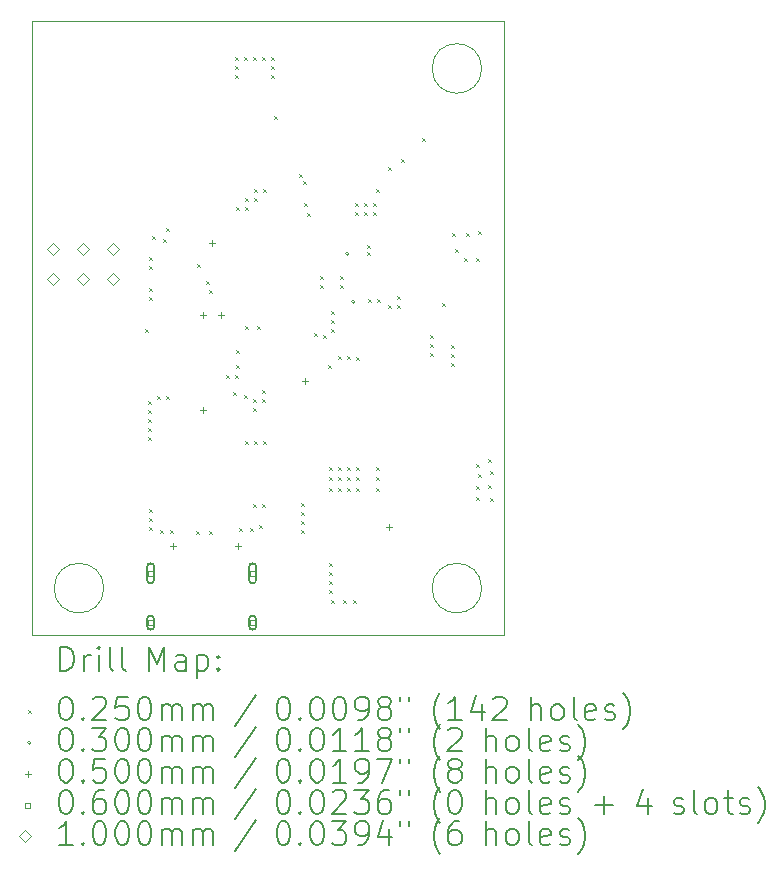
<source format=gbr>
%TF.GenerationSoftware,KiCad,Pcbnew,(7.0.0)*%
%TF.CreationDate,2023-06-08T15:27:54+08:00*%
%TF.ProjectId,Board_Car_V0_2,426f6172-645f-4436-9172-5f56305f322e,rev?*%
%TF.SameCoordinates,Original*%
%TF.FileFunction,Drillmap*%
%TF.FilePolarity,Positive*%
%FSLAX45Y45*%
G04 Gerber Fmt 4.5, Leading zero omitted, Abs format (unit mm)*
G04 Created by KiCad (PCBNEW (7.0.0)) date 2023-06-08 15:27:54*
%MOMM*%
%LPD*%
G01*
G04 APERTURE LIST*
%ADD10C,0.100000*%
%ADD11C,0.200000*%
%ADD12C,0.025000*%
%ADD13C,0.030000*%
%ADD14C,0.050000*%
%ADD15C,0.060000*%
G04 APERTURE END LIST*
D10*
X19910000Y-9600000D02*
G75*
G03*
X19910000Y-9600000I-210000J0D01*
G01*
X19910000Y-5200000D02*
G75*
G03*
X19910000Y-5200000I-210000J0D01*
G01*
X16710000Y-9600000D02*
G75*
G03*
X16710000Y-9600000I-210000J0D01*
G01*
X16100000Y-4800000D02*
X20100000Y-4800000D01*
X20100000Y-4800000D02*
X20100000Y-10000000D01*
X20100000Y-10000000D02*
X16100000Y-10000000D01*
X16100000Y-10000000D02*
X16100000Y-4800000D01*
D11*
D12*
X17056300Y-7404300D02*
X17081300Y-7429300D01*
X17081300Y-7404300D02*
X17056300Y-7429300D01*
X17081700Y-8013900D02*
X17106700Y-8038900D01*
X17106700Y-8013900D02*
X17081700Y-8038900D01*
X17081700Y-8090100D02*
X17106700Y-8115100D01*
X17106700Y-8090100D02*
X17081700Y-8115100D01*
X17081700Y-8166300D02*
X17106700Y-8191300D01*
X17106700Y-8166300D02*
X17081700Y-8191300D01*
X17081700Y-8242500D02*
X17106700Y-8267500D01*
X17106700Y-8242500D02*
X17081700Y-8267500D01*
X17081700Y-8318700D02*
X17106700Y-8343700D01*
X17106700Y-8318700D02*
X17081700Y-8343700D01*
X17094400Y-6794700D02*
X17119400Y-6819700D01*
X17119400Y-6794700D02*
X17094400Y-6819700D01*
X17094400Y-6870900D02*
X17119400Y-6895900D01*
X17119400Y-6870900D02*
X17094400Y-6895900D01*
X17094400Y-7061400D02*
X17119400Y-7086400D01*
X17119400Y-7061400D02*
X17094400Y-7086400D01*
X17094400Y-7137600D02*
X17119400Y-7162600D01*
X17119400Y-7137600D02*
X17094400Y-7162600D01*
X17094400Y-8928300D02*
X17119400Y-8953300D01*
X17119400Y-8928300D02*
X17094400Y-8953300D01*
X17094400Y-9004500D02*
X17119400Y-9029500D01*
X17119400Y-9004500D02*
X17094400Y-9029500D01*
X17094400Y-9080700D02*
X17119400Y-9105700D01*
X17119400Y-9080700D02*
X17094400Y-9105700D01*
X17119800Y-6616900D02*
X17144800Y-6641900D01*
X17144800Y-6616900D02*
X17119800Y-6641900D01*
X17157900Y-7975800D02*
X17182900Y-8000800D01*
X17182900Y-7975800D02*
X17157900Y-8000800D01*
X17183300Y-9106100D02*
X17208300Y-9131100D01*
X17208300Y-9106100D02*
X17183300Y-9131100D01*
X17208700Y-6642300D02*
X17233700Y-6667300D01*
X17233700Y-6642300D02*
X17208700Y-6667300D01*
X17234100Y-6553400D02*
X17259100Y-6578400D01*
X17259100Y-6553400D02*
X17234100Y-6578400D01*
X17234100Y-7975800D02*
X17259100Y-8000800D01*
X17259100Y-7975800D02*
X17234100Y-8000800D01*
X17272200Y-9106100D02*
X17297200Y-9131100D01*
X17297200Y-9106100D02*
X17272200Y-9131100D01*
X17488100Y-9118800D02*
X17513100Y-9143800D01*
X17513100Y-9118800D02*
X17488100Y-9143800D01*
X17500800Y-6858200D02*
X17525800Y-6883200D01*
X17525800Y-6858200D02*
X17500800Y-6883200D01*
X17577000Y-6997900D02*
X17602000Y-7022900D01*
X17602000Y-6997900D02*
X17577000Y-7022900D01*
X17602400Y-7074100D02*
X17627400Y-7099100D01*
X17627400Y-7074100D02*
X17602400Y-7099100D01*
X17602400Y-9118800D02*
X17627400Y-9143800D01*
X17627400Y-9118800D02*
X17602400Y-9143800D01*
X17742100Y-7798000D02*
X17767100Y-7823000D01*
X17767100Y-7798000D02*
X17742100Y-7823000D01*
X17805600Y-7937700D02*
X17830600Y-7962700D01*
X17830600Y-7937700D02*
X17805600Y-7962700D01*
X17818300Y-5105600D02*
X17843300Y-5130600D01*
X17843300Y-5105600D02*
X17818300Y-5130600D01*
X17818300Y-5181800D02*
X17843300Y-5206800D01*
X17843300Y-5181800D02*
X17818300Y-5206800D01*
X17818300Y-5258000D02*
X17843300Y-5283000D01*
X17843300Y-5258000D02*
X17818300Y-5283000D01*
X17818300Y-7798000D02*
X17843300Y-7823000D01*
X17843300Y-7798000D02*
X17818300Y-7823000D01*
X17831000Y-6375600D02*
X17856000Y-6400600D01*
X17856000Y-6375600D02*
X17831000Y-6400600D01*
X17831000Y-7582100D02*
X17856000Y-7607100D01*
X17856000Y-7582100D02*
X17831000Y-7607100D01*
X17831000Y-7709100D02*
X17856000Y-7734100D01*
X17856000Y-7709100D02*
X17831000Y-7734100D01*
X17856400Y-9093400D02*
X17881400Y-9118400D01*
X17881400Y-9093400D02*
X17856400Y-9118400D01*
X17894500Y-5105600D02*
X17919500Y-5130600D01*
X17919500Y-5105600D02*
X17894500Y-5130600D01*
X17894500Y-7963100D02*
X17919500Y-7988100D01*
X17919500Y-7963100D02*
X17894500Y-7988100D01*
X17907200Y-6299400D02*
X17932200Y-6324400D01*
X17932200Y-6299400D02*
X17907200Y-6324400D01*
X17907200Y-6375600D02*
X17932200Y-6400600D01*
X17932200Y-6375600D02*
X17907200Y-6400600D01*
X17907200Y-7378900D02*
X17932200Y-7403900D01*
X17932200Y-7378900D02*
X17907200Y-7403900D01*
X17907200Y-8356800D02*
X17932200Y-8381800D01*
X17932200Y-8356800D02*
X17907200Y-8381800D01*
X17945300Y-9093400D02*
X17970300Y-9118400D01*
X17970300Y-9093400D02*
X17945300Y-9118400D01*
X17970700Y-5105600D02*
X17995700Y-5130600D01*
X17995700Y-5105600D02*
X17970700Y-5130600D01*
X17970700Y-8001200D02*
X17995700Y-8026200D01*
X17995700Y-8001200D02*
X17970700Y-8026200D01*
X17970700Y-8077400D02*
X17995700Y-8102400D01*
X17995700Y-8077400D02*
X17970700Y-8102400D01*
X17970700Y-8890200D02*
X17995700Y-8915200D01*
X17995700Y-8890200D02*
X17970700Y-8915200D01*
X17983400Y-6223200D02*
X18008400Y-6248200D01*
X18008400Y-6223200D02*
X17983400Y-6248200D01*
X17983400Y-6299400D02*
X18008400Y-6324400D01*
X18008400Y-6299400D02*
X17983400Y-6324400D01*
X17983400Y-8356800D02*
X18008400Y-8381800D01*
X18008400Y-8356800D02*
X17983400Y-8381800D01*
X18008800Y-7378900D02*
X18033800Y-7403900D01*
X18033800Y-7378900D02*
X18008800Y-7403900D01*
X18021500Y-9068000D02*
X18046500Y-9093000D01*
X18046500Y-9068000D02*
X18021500Y-9093000D01*
X18046900Y-5105600D02*
X18071900Y-5130600D01*
X18071900Y-5105600D02*
X18046900Y-5130600D01*
X18046900Y-7925000D02*
X18071900Y-7950000D01*
X18071900Y-7925000D02*
X18046900Y-7950000D01*
X18046900Y-8001200D02*
X18071900Y-8026200D01*
X18071900Y-8001200D02*
X18046900Y-8026200D01*
X18046900Y-8890200D02*
X18071900Y-8915200D01*
X18071900Y-8890200D02*
X18046900Y-8915200D01*
X18059600Y-6223200D02*
X18084600Y-6248200D01*
X18084600Y-6223200D02*
X18059600Y-6248200D01*
X18059600Y-8356800D02*
X18084600Y-8381800D01*
X18084600Y-8356800D02*
X18059600Y-8381800D01*
X18123100Y-5105600D02*
X18148100Y-5130600D01*
X18148100Y-5105600D02*
X18123100Y-5130600D01*
X18123100Y-5181800D02*
X18148100Y-5206800D01*
X18148100Y-5181800D02*
X18123100Y-5206800D01*
X18123100Y-5258000D02*
X18148100Y-5283000D01*
X18148100Y-5258000D02*
X18123100Y-5283000D01*
X18148500Y-5600900D02*
X18173500Y-5625900D01*
X18173500Y-5600900D02*
X18148500Y-5625900D01*
X18362832Y-6093417D02*
X18387832Y-6118417D01*
X18387832Y-6093417D02*
X18362832Y-6118417D01*
X18377100Y-8877500D02*
X18402100Y-8902500D01*
X18402100Y-8877500D02*
X18377100Y-8902500D01*
X18377100Y-8953700D02*
X18402100Y-8978700D01*
X18402100Y-8953700D02*
X18377100Y-8978700D01*
X18377100Y-9029900D02*
X18402100Y-9054900D01*
X18402100Y-9029900D02*
X18377100Y-9054900D01*
X18377100Y-9106100D02*
X18402100Y-9131100D01*
X18402100Y-9106100D02*
X18377100Y-9131100D01*
X18397163Y-6154363D02*
X18422163Y-6179363D01*
X18422163Y-6154363D02*
X18397163Y-6179363D01*
X18402500Y-6337500D02*
X18427500Y-6362500D01*
X18427500Y-6337500D02*
X18402500Y-6362500D01*
X18427900Y-6426400D02*
X18452900Y-6451400D01*
X18452900Y-6426400D02*
X18427900Y-6451400D01*
X18491400Y-7442400D02*
X18516400Y-7467400D01*
X18516400Y-7442400D02*
X18491400Y-7467400D01*
X18542200Y-6959800D02*
X18567200Y-6984800D01*
X18567200Y-6959800D02*
X18542200Y-6984800D01*
X18542200Y-7036000D02*
X18567200Y-7061000D01*
X18567200Y-7036000D02*
X18542200Y-7061000D01*
X18567600Y-7455100D02*
X18592600Y-7480100D01*
X18592600Y-7455100D02*
X18567600Y-7480100D01*
X18605700Y-7709100D02*
X18630700Y-7734100D01*
X18630700Y-7709100D02*
X18605700Y-7734100D01*
X18618400Y-8572700D02*
X18643400Y-8597700D01*
X18643400Y-8572700D02*
X18618400Y-8597700D01*
X18618400Y-8661600D02*
X18643400Y-8686600D01*
X18643400Y-8661600D02*
X18618400Y-8686600D01*
X18618400Y-8750500D02*
X18643400Y-8775500D01*
X18643400Y-8750500D02*
X18618400Y-8775500D01*
X18618400Y-9385500D02*
X18643400Y-9410500D01*
X18643400Y-9385500D02*
X18618400Y-9410500D01*
X18618400Y-9461700D02*
X18643400Y-9486700D01*
X18643400Y-9461700D02*
X18618400Y-9486700D01*
X18618400Y-9537900D02*
X18643400Y-9562900D01*
X18643400Y-9537900D02*
X18618400Y-9562900D01*
X18618400Y-9614100D02*
X18643400Y-9639100D01*
X18643400Y-9614100D02*
X18618400Y-9639100D01*
X18631100Y-7251900D02*
X18656100Y-7276900D01*
X18656100Y-7251900D02*
X18631100Y-7276900D01*
X18631100Y-7328100D02*
X18656100Y-7353100D01*
X18656100Y-7328100D02*
X18631100Y-7353100D01*
X18631100Y-7404300D02*
X18656100Y-7429300D01*
X18656100Y-7404300D02*
X18631100Y-7429300D01*
X18631100Y-9703000D02*
X18656100Y-9728000D01*
X18656100Y-9703000D02*
X18631100Y-9728000D01*
X18694600Y-7632900D02*
X18719600Y-7657900D01*
X18719600Y-7632900D02*
X18694600Y-7657900D01*
X18694600Y-8572700D02*
X18719600Y-8597700D01*
X18719600Y-8572700D02*
X18694600Y-8597700D01*
X18694600Y-8661600D02*
X18719600Y-8686600D01*
X18719600Y-8661600D02*
X18694600Y-8686600D01*
X18694600Y-8750500D02*
X18719600Y-8775500D01*
X18719600Y-8750500D02*
X18694600Y-8775500D01*
X18707300Y-6959800D02*
X18732300Y-6984800D01*
X18732300Y-6959800D02*
X18707300Y-6984800D01*
X18707300Y-7036000D02*
X18732300Y-7061000D01*
X18732300Y-7036000D02*
X18707300Y-7061000D01*
X18732700Y-9703000D02*
X18757700Y-9728000D01*
X18757700Y-9703000D02*
X18732700Y-9728000D01*
X18770800Y-7632900D02*
X18795800Y-7657900D01*
X18795800Y-7632900D02*
X18770800Y-7657900D01*
X18770800Y-8572700D02*
X18795800Y-8597700D01*
X18795800Y-8572700D02*
X18770800Y-8597700D01*
X18770800Y-8661600D02*
X18795800Y-8686600D01*
X18795800Y-8661600D02*
X18770800Y-8686600D01*
X18770800Y-8750500D02*
X18795800Y-8775500D01*
X18795800Y-8750500D02*
X18770800Y-8775500D01*
X18821600Y-9703000D02*
X18846600Y-9728000D01*
X18846600Y-9703000D02*
X18821600Y-9728000D01*
X18834300Y-6337500D02*
X18859300Y-6362500D01*
X18859300Y-6337500D02*
X18834300Y-6362500D01*
X18834300Y-6413700D02*
X18859300Y-6438700D01*
X18859300Y-6413700D02*
X18834300Y-6438700D01*
X18847000Y-7645600D02*
X18872000Y-7670600D01*
X18872000Y-7645600D02*
X18847000Y-7670600D01*
X18847000Y-8572700D02*
X18872000Y-8597700D01*
X18872000Y-8572700D02*
X18847000Y-8597700D01*
X18847000Y-8661600D02*
X18872000Y-8686600D01*
X18872000Y-8661600D02*
X18847000Y-8686600D01*
X18847000Y-8750500D02*
X18872000Y-8775500D01*
X18872000Y-8750500D02*
X18847000Y-8775500D01*
X18910500Y-6337500D02*
X18935500Y-6362500D01*
X18935500Y-6337500D02*
X18910500Y-6362500D01*
X18910500Y-6413700D02*
X18935500Y-6438700D01*
X18935500Y-6413700D02*
X18910500Y-6438700D01*
X18935900Y-6693100D02*
X18960900Y-6718100D01*
X18960900Y-6693100D02*
X18935900Y-6718100D01*
X18935900Y-6756600D02*
X18960900Y-6781600D01*
X18960900Y-6756600D02*
X18935900Y-6781600D01*
X18948600Y-7150300D02*
X18973600Y-7175300D01*
X18973600Y-7150300D02*
X18948600Y-7175300D01*
X18986700Y-6337500D02*
X19011700Y-6362500D01*
X19011700Y-6337500D02*
X18986700Y-6362500D01*
X18986700Y-6413700D02*
X19011700Y-6438700D01*
X19011700Y-6413700D02*
X18986700Y-6438700D01*
X19012100Y-6223200D02*
X19037100Y-6248200D01*
X19037100Y-6223200D02*
X19012100Y-6248200D01*
X19012100Y-8572700D02*
X19037100Y-8597700D01*
X19037100Y-8572700D02*
X19012100Y-8597700D01*
X19012100Y-8661600D02*
X19037100Y-8686600D01*
X19037100Y-8661600D02*
X19012100Y-8686600D01*
X19012100Y-8750500D02*
X19037100Y-8775500D01*
X19037100Y-8750500D02*
X19012100Y-8775500D01*
X19024800Y-7150300D02*
X19049800Y-7175300D01*
X19049800Y-7150300D02*
X19024800Y-7175300D01*
X19113700Y-6032700D02*
X19138700Y-6057700D01*
X19138700Y-6032700D02*
X19113700Y-6057700D01*
X19113700Y-7201100D02*
X19138700Y-7226100D01*
X19138700Y-7201100D02*
X19113700Y-7226100D01*
X19189900Y-7124900D02*
X19214900Y-7149900D01*
X19214900Y-7124900D02*
X19189900Y-7149900D01*
X19189900Y-7201100D02*
X19214900Y-7226100D01*
X19214900Y-7201100D02*
X19189900Y-7226100D01*
X19228000Y-5969200D02*
X19253000Y-5994200D01*
X19253000Y-5969200D02*
X19228000Y-5994200D01*
X19405800Y-5791400D02*
X19430800Y-5816400D01*
X19430800Y-5791400D02*
X19405800Y-5816400D01*
X19469300Y-7455100D02*
X19494300Y-7480100D01*
X19494300Y-7455100D02*
X19469300Y-7480100D01*
X19469300Y-7531300D02*
X19494300Y-7556300D01*
X19494300Y-7531300D02*
X19469300Y-7556300D01*
X19469300Y-7607500D02*
X19494300Y-7632500D01*
X19494300Y-7607500D02*
X19469300Y-7632500D01*
X19570900Y-7188400D02*
X19595900Y-7213400D01*
X19595900Y-7188400D02*
X19570900Y-7213400D01*
X19647100Y-7544000D02*
X19672100Y-7569000D01*
X19672100Y-7544000D02*
X19647100Y-7569000D01*
X19647100Y-7620200D02*
X19672100Y-7645200D01*
X19672100Y-7620200D02*
X19647100Y-7645200D01*
X19647100Y-7696400D02*
X19672100Y-7721400D01*
X19672100Y-7696400D02*
X19647100Y-7721400D01*
X19659800Y-6591500D02*
X19684800Y-6616500D01*
X19684800Y-6591500D02*
X19659800Y-6616500D01*
X19685200Y-6731200D02*
X19710200Y-6756200D01*
X19710200Y-6731200D02*
X19685200Y-6756200D01*
X19761400Y-6807400D02*
X19786400Y-6832400D01*
X19786400Y-6807400D02*
X19761400Y-6832400D01*
X19774100Y-6591500D02*
X19799100Y-6616500D01*
X19799100Y-6591500D02*
X19774100Y-6616500D01*
X19863000Y-6807400D02*
X19888000Y-6832400D01*
X19888000Y-6807400D02*
X19863000Y-6832400D01*
X19863000Y-8547300D02*
X19888000Y-8572300D01*
X19888000Y-8547300D02*
X19863000Y-8572300D01*
X19863000Y-8737800D02*
X19888000Y-8762800D01*
X19888000Y-8737800D02*
X19863000Y-8762800D01*
X19863000Y-8826700D02*
X19888000Y-8851700D01*
X19888000Y-8826700D02*
X19863000Y-8851700D01*
X19875700Y-6578800D02*
X19900700Y-6603800D01*
X19900700Y-6578800D02*
X19875700Y-6603800D01*
X19875700Y-8636200D02*
X19900700Y-8661200D01*
X19900700Y-8636200D02*
X19875700Y-8661200D01*
X19964600Y-8509200D02*
X19989600Y-8534200D01*
X19989600Y-8509200D02*
X19964600Y-8534200D01*
X19964600Y-8725100D02*
X19989600Y-8750100D01*
X19989600Y-8725100D02*
X19964600Y-8750100D01*
X19977300Y-8610800D02*
X20002300Y-8635800D01*
X20002300Y-8610800D02*
X19977300Y-8635800D01*
X19977300Y-8839400D02*
X20002300Y-8864400D01*
X20002300Y-8839400D02*
X19977300Y-8864400D01*
D13*
X18785600Y-6769100D02*
G75*
G03*
X18785600Y-6769100I-15000J0D01*
G01*
X18836400Y-7175500D02*
G75*
G03*
X18836400Y-7175500I-15000J0D01*
G01*
D14*
X17297400Y-9220600D02*
X17297400Y-9270600D01*
X17272400Y-9245600D02*
X17322400Y-9245600D01*
X17551400Y-7264800D02*
X17551400Y-7314800D01*
X17526400Y-7289800D02*
X17576400Y-7289800D01*
X17551400Y-8064900D02*
X17551400Y-8114900D01*
X17526400Y-8089900D02*
X17576400Y-8089900D01*
X17627600Y-6655200D02*
X17627600Y-6705200D01*
X17602600Y-6680200D02*
X17652600Y-6680200D01*
X17700050Y-7264800D02*
X17700050Y-7314800D01*
X17675050Y-7289800D02*
X17725050Y-7289800D01*
X17843500Y-9220600D02*
X17843500Y-9270600D01*
X17818500Y-9245600D02*
X17868500Y-9245600D01*
X18415000Y-7823600D02*
X18415000Y-7873600D01*
X18390000Y-7848600D02*
X18440000Y-7848600D01*
X19126200Y-9055500D02*
X19126200Y-9105500D01*
X19101200Y-9080500D02*
X19151200Y-9080500D01*
D15*
X17127913Y-9496213D02*
X17127913Y-9453787D01*
X17085487Y-9453787D01*
X17085487Y-9496213D01*
X17127913Y-9496213D01*
D11*
X17076700Y-9420000D02*
X17076700Y-9530000D01*
X17076700Y-9530000D02*
G75*
G03*
X17136700Y-9530000I30000J0D01*
G01*
X17136700Y-9530000D02*
X17136700Y-9420000D01*
X17136700Y-9420000D02*
G75*
G03*
X17076700Y-9420000I-30000J0D01*
G01*
D15*
X17127913Y-9914213D02*
X17127913Y-9871787D01*
X17085487Y-9871787D01*
X17085487Y-9914213D01*
X17127913Y-9914213D01*
D11*
X17076700Y-9863000D02*
X17076700Y-9923000D01*
X17076700Y-9923000D02*
G75*
G03*
X17136700Y-9923000I30000J0D01*
G01*
X17136700Y-9923000D02*
X17136700Y-9863000D01*
X17136700Y-9863000D02*
G75*
G03*
X17076700Y-9863000I-30000J0D01*
G01*
D15*
X17991913Y-9496213D02*
X17991913Y-9453787D01*
X17949487Y-9453787D01*
X17949487Y-9496213D01*
X17991913Y-9496213D01*
D11*
X17940700Y-9420000D02*
X17940700Y-9530000D01*
X17940700Y-9530000D02*
G75*
G03*
X18000700Y-9530000I30000J0D01*
G01*
X18000700Y-9530000D02*
X18000700Y-9420000D01*
X18000700Y-9420000D02*
G75*
G03*
X17940700Y-9420000I-30000J0D01*
G01*
D15*
X17991913Y-9914213D02*
X17991913Y-9871787D01*
X17949487Y-9871787D01*
X17949487Y-9914213D01*
X17991913Y-9914213D01*
D11*
X17940700Y-9863000D02*
X17940700Y-9923000D01*
X17940700Y-9923000D02*
G75*
G03*
X18000700Y-9923000I30000J0D01*
G01*
X18000700Y-9923000D02*
X18000700Y-9863000D01*
X18000700Y-9863000D02*
G75*
G03*
X17940700Y-9863000I-30000J0D01*
G01*
D10*
X16281400Y-6781000D02*
X16331400Y-6731000D01*
X16281400Y-6681000D01*
X16231400Y-6731000D01*
X16281400Y-6781000D01*
X16281400Y-7035000D02*
X16331400Y-6985000D01*
X16281400Y-6935000D01*
X16231400Y-6985000D01*
X16281400Y-7035000D01*
X16535400Y-6781000D02*
X16585400Y-6731000D01*
X16535400Y-6681000D01*
X16485400Y-6731000D01*
X16535400Y-6781000D01*
X16535400Y-7035000D02*
X16585400Y-6985000D01*
X16535400Y-6935000D01*
X16485400Y-6985000D01*
X16535400Y-7035000D01*
X16789400Y-6781000D02*
X16839400Y-6731000D01*
X16789400Y-6681000D01*
X16739400Y-6731000D01*
X16789400Y-6781000D01*
X16789400Y-7035000D02*
X16839400Y-6985000D01*
X16789400Y-6935000D01*
X16739400Y-6985000D01*
X16789400Y-7035000D01*
D11*
X16342619Y-10298476D02*
X16342619Y-10098476D01*
X16342619Y-10098476D02*
X16390238Y-10098476D01*
X16390238Y-10098476D02*
X16418809Y-10108000D01*
X16418809Y-10108000D02*
X16437857Y-10127048D01*
X16437857Y-10127048D02*
X16447381Y-10146095D01*
X16447381Y-10146095D02*
X16456905Y-10184190D01*
X16456905Y-10184190D02*
X16456905Y-10212762D01*
X16456905Y-10212762D02*
X16447381Y-10250857D01*
X16447381Y-10250857D02*
X16437857Y-10269905D01*
X16437857Y-10269905D02*
X16418809Y-10288952D01*
X16418809Y-10288952D02*
X16390238Y-10298476D01*
X16390238Y-10298476D02*
X16342619Y-10298476D01*
X16542619Y-10298476D02*
X16542619Y-10165143D01*
X16542619Y-10203238D02*
X16552143Y-10184190D01*
X16552143Y-10184190D02*
X16561667Y-10174667D01*
X16561667Y-10174667D02*
X16580714Y-10165143D01*
X16580714Y-10165143D02*
X16599762Y-10165143D01*
X16666428Y-10298476D02*
X16666428Y-10165143D01*
X16666428Y-10098476D02*
X16656905Y-10108000D01*
X16656905Y-10108000D02*
X16666428Y-10117524D01*
X16666428Y-10117524D02*
X16675952Y-10108000D01*
X16675952Y-10108000D02*
X16666428Y-10098476D01*
X16666428Y-10098476D02*
X16666428Y-10117524D01*
X16790238Y-10298476D02*
X16771190Y-10288952D01*
X16771190Y-10288952D02*
X16761667Y-10269905D01*
X16761667Y-10269905D02*
X16761667Y-10098476D01*
X16895000Y-10298476D02*
X16875952Y-10288952D01*
X16875952Y-10288952D02*
X16866429Y-10269905D01*
X16866429Y-10269905D02*
X16866429Y-10098476D01*
X17091190Y-10298476D02*
X17091190Y-10098476D01*
X17091190Y-10098476D02*
X17157857Y-10241333D01*
X17157857Y-10241333D02*
X17224524Y-10098476D01*
X17224524Y-10098476D02*
X17224524Y-10298476D01*
X17405476Y-10298476D02*
X17405476Y-10193714D01*
X17405476Y-10193714D02*
X17395952Y-10174667D01*
X17395952Y-10174667D02*
X17376905Y-10165143D01*
X17376905Y-10165143D02*
X17338809Y-10165143D01*
X17338809Y-10165143D02*
X17319762Y-10174667D01*
X17405476Y-10288952D02*
X17386429Y-10298476D01*
X17386429Y-10298476D02*
X17338809Y-10298476D01*
X17338809Y-10298476D02*
X17319762Y-10288952D01*
X17319762Y-10288952D02*
X17310238Y-10269905D01*
X17310238Y-10269905D02*
X17310238Y-10250857D01*
X17310238Y-10250857D02*
X17319762Y-10231810D01*
X17319762Y-10231810D02*
X17338809Y-10222286D01*
X17338809Y-10222286D02*
X17386429Y-10222286D01*
X17386429Y-10222286D02*
X17405476Y-10212762D01*
X17500714Y-10165143D02*
X17500714Y-10365143D01*
X17500714Y-10174667D02*
X17519762Y-10165143D01*
X17519762Y-10165143D02*
X17557857Y-10165143D01*
X17557857Y-10165143D02*
X17576905Y-10174667D01*
X17576905Y-10174667D02*
X17586429Y-10184190D01*
X17586429Y-10184190D02*
X17595952Y-10203238D01*
X17595952Y-10203238D02*
X17595952Y-10260381D01*
X17595952Y-10260381D02*
X17586429Y-10279429D01*
X17586429Y-10279429D02*
X17576905Y-10288952D01*
X17576905Y-10288952D02*
X17557857Y-10298476D01*
X17557857Y-10298476D02*
X17519762Y-10298476D01*
X17519762Y-10298476D02*
X17500714Y-10288952D01*
X17681667Y-10279429D02*
X17691190Y-10288952D01*
X17691190Y-10288952D02*
X17681667Y-10298476D01*
X17681667Y-10298476D02*
X17672143Y-10288952D01*
X17672143Y-10288952D02*
X17681667Y-10279429D01*
X17681667Y-10279429D02*
X17681667Y-10298476D01*
X17681667Y-10174667D02*
X17691190Y-10184190D01*
X17691190Y-10184190D02*
X17681667Y-10193714D01*
X17681667Y-10193714D02*
X17672143Y-10184190D01*
X17672143Y-10184190D02*
X17681667Y-10174667D01*
X17681667Y-10174667D02*
X17681667Y-10193714D01*
D12*
X16070000Y-10632500D02*
X16095000Y-10657500D01*
X16095000Y-10632500D02*
X16070000Y-10657500D01*
D11*
X16380714Y-10518476D02*
X16399762Y-10518476D01*
X16399762Y-10518476D02*
X16418809Y-10528000D01*
X16418809Y-10528000D02*
X16428333Y-10537524D01*
X16428333Y-10537524D02*
X16437857Y-10556571D01*
X16437857Y-10556571D02*
X16447381Y-10594667D01*
X16447381Y-10594667D02*
X16447381Y-10642286D01*
X16447381Y-10642286D02*
X16437857Y-10680381D01*
X16437857Y-10680381D02*
X16428333Y-10699429D01*
X16428333Y-10699429D02*
X16418809Y-10708952D01*
X16418809Y-10708952D02*
X16399762Y-10718476D01*
X16399762Y-10718476D02*
X16380714Y-10718476D01*
X16380714Y-10718476D02*
X16361667Y-10708952D01*
X16361667Y-10708952D02*
X16352143Y-10699429D01*
X16352143Y-10699429D02*
X16342619Y-10680381D01*
X16342619Y-10680381D02*
X16333095Y-10642286D01*
X16333095Y-10642286D02*
X16333095Y-10594667D01*
X16333095Y-10594667D02*
X16342619Y-10556571D01*
X16342619Y-10556571D02*
X16352143Y-10537524D01*
X16352143Y-10537524D02*
X16361667Y-10528000D01*
X16361667Y-10528000D02*
X16380714Y-10518476D01*
X16533095Y-10699429D02*
X16542619Y-10708952D01*
X16542619Y-10708952D02*
X16533095Y-10718476D01*
X16533095Y-10718476D02*
X16523571Y-10708952D01*
X16523571Y-10708952D02*
X16533095Y-10699429D01*
X16533095Y-10699429D02*
X16533095Y-10718476D01*
X16618809Y-10537524D02*
X16628333Y-10528000D01*
X16628333Y-10528000D02*
X16647381Y-10518476D01*
X16647381Y-10518476D02*
X16695000Y-10518476D01*
X16695000Y-10518476D02*
X16714048Y-10528000D01*
X16714048Y-10528000D02*
X16723571Y-10537524D01*
X16723571Y-10537524D02*
X16733095Y-10556571D01*
X16733095Y-10556571D02*
X16733095Y-10575619D01*
X16733095Y-10575619D02*
X16723571Y-10604190D01*
X16723571Y-10604190D02*
X16609286Y-10718476D01*
X16609286Y-10718476D02*
X16733095Y-10718476D01*
X16914048Y-10518476D02*
X16818810Y-10518476D01*
X16818810Y-10518476D02*
X16809286Y-10613714D01*
X16809286Y-10613714D02*
X16818810Y-10604190D01*
X16818810Y-10604190D02*
X16837857Y-10594667D01*
X16837857Y-10594667D02*
X16885476Y-10594667D01*
X16885476Y-10594667D02*
X16904524Y-10604190D01*
X16904524Y-10604190D02*
X16914048Y-10613714D01*
X16914048Y-10613714D02*
X16923571Y-10632762D01*
X16923571Y-10632762D02*
X16923571Y-10680381D01*
X16923571Y-10680381D02*
X16914048Y-10699429D01*
X16914048Y-10699429D02*
X16904524Y-10708952D01*
X16904524Y-10708952D02*
X16885476Y-10718476D01*
X16885476Y-10718476D02*
X16837857Y-10718476D01*
X16837857Y-10718476D02*
X16818810Y-10708952D01*
X16818810Y-10708952D02*
X16809286Y-10699429D01*
X17047381Y-10518476D02*
X17066429Y-10518476D01*
X17066429Y-10518476D02*
X17085476Y-10528000D01*
X17085476Y-10528000D02*
X17095000Y-10537524D01*
X17095000Y-10537524D02*
X17104524Y-10556571D01*
X17104524Y-10556571D02*
X17114048Y-10594667D01*
X17114048Y-10594667D02*
X17114048Y-10642286D01*
X17114048Y-10642286D02*
X17104524Y-10680381D01*
X17104524Y-10680381D02*
X17095000Y-10699429D01*
X17095000Y-10699429D02*
X17085476Y-10708952D01*
X17085476Y-10708952D02*
X17066429Y-10718476D01*
X17066429Y-10718476D02*
X17047381Y-10718476D01*
X17047381Y-10718476D02*
X17028333Y-10708952D01*
X17028333Y-10708952D02*
X17018810Y-10699429D01*
X17018810Y-10699429D02*
X17009286Y-10680381D01*
X17009286Y-10680381D02*
X16999762Y-10642286D01*
X16999762Y-10642286D02*
X16999762Y-10594667D01*
X16999762Y-10594667D02*
X17009286Y-10556571D01*
X17009286Y-10556571D02*
X17018810Y-10537524D01*
X17018810Y-10537524D02*
X17028333Y-10528000D01*
X17028333Y-10528000D02*
X17047381Y-10518476D01*
X17199762Y-10718476D02*
X17199762Y-10585143D01*
X17199762Y-10604190D02*
X17209286Y-10594667D01*
X17209286Y-10594667D02*
X17228333Y-10585143D01*
X17228333Y-10585143D02*
X17256905Y-10585143D01*
X17256905Y-10585143D02*
X17275952Y-10594667D01*
X17275952Y-10594667D02*
X17285476Y-10613714D01*
X17285476Y-10613714D02*
X17285476Y-10718476D01*
X17285476Y-10613714D02*
X17295000Y-10594667D01*
X17295000Y-10594667D02*
X17314048Y-10585143D01*
X17314048Y-10585143D02*
X17342619Y-10585143D01*
X17342619Y-10585143D02*
X17361667Y-10594667D01*
X17361667Y-10594667D02*
X17371191Y-10613714D01*
X17371191Y-10613714D02*
X17371191Y-10718476D01*
X17466429Y-10718476D02*
X17466429Y-10585143D01*
X17466429Y-10604190D02*
X17475952Y-10594667D01*
X17475952Y-10594667D02*
X17495000Y-10585143D01*
X17495000Y-10585143D02*
X17523572Y-10585143D01*
X17523572Y-10585143D02*
X17542619Y-10594667D01*
X17542619Y-10594667D02*
X17552143Y-10613714D01*
X17552143Y-10613714D02*
X17552143Y-10718476D01*
X17552143Y-10613714D02*
X17561667Y-10594667D01*
X17561667Y-10594667D02*
X17580714Y-10585143D01*
X17580714Y-10585143D02*
X17609286Y-10585143D01*
X17609286Y-10585143D02*
X17628333Y-10594667D01*
X17628333Y-10594667D02*
X17637857Y-10613714D01*
X17637857Y-10613714D02*
X17637857Y-10718476D01*
X17995952Y-10508952D02*
X17824524Y-10766095D01*
X18220714Y-10518476D02*
X18239762Y-10518476D01*
X18239762Y-10518476D02*
X18258810Y-10528000D01*
X18258810Y-10528000D02*
X18268333Y-10537524D01*
X18268333Y-10537524D02*
X18277857Y-10556571D01*
X18277857Y-10556571D02*
X18287381Y-10594667D01*
X18287381Y-10594667D02*
X18287381Y-10642286D01*
X18287381Y-10642286D02*
X18277857Y-10680381D01*
X18277857Y-10680381D02*
X18268333Y-10699429D01*
X18268333Y-10699429D02*
X18258810Y-10708952D01*
X18258810Y-10708952D02*
X18239762Y-10718476D01*
X18239762Y-10718476D02*
X18220714Y-10718476D01*
X18220714Y-10718476D02*
X18201667Y-10708952D01*
X18201667Y-10708952D02*
X18192143Y-10699429D01*
X18192143Y-10699429D02*
X18182619Y-10680381D01*
X18182619Y-10680381D02*
X18173095Y-10642286D01*
X18173095Y-10642286D02*
X18173095Y-10594667D01*
X18173095Y-10594667D02*
X18182619Y-10556571D01*
X18182619Y-10556571D02*
X18192143Y-10537524D01*
X18192143Y-10537524D02*
X18201667Y-10528000D01*
X18201667Y-10528000D02*
X18220714Y-10518476D01*
X18373095Y-10699429D02*
X18382619Y-10708952D01*
X18382619Y-10708952D02*
X18373095Y-10718476D01*
X18373095Y-10718476D02*
X18363572Y-10708952D01*
X18363572Y-10708952D02*
X18373095Y-10699429D01*
X18373095Y-10699429D02*
X18373095Y-10718476D01*
X18506429Y-10518476D02*
X18525476Y-10518476D01*
X18525476Y-10518476D02*
X18544524Y-10528000D01*
X18544524Y-10528000D02*
X18554048Y-10537524D01*
X18554048Y-10537524D02*
X18563572Y-10556571D01*
X18563572Y-10556571D02*
X18573095Y-10594667D01*
X18573095Y-10594667D02*
X18573095Y-10642286D01*
X18573095Y-10642286D02*
X18563572Y-10680381D01*
X18563572Y-10680381D02*
X18554048Y-10699429D01*
X18554048Y-10699429D02*
X18544524Y-10708952D01*
X18544524Y-10708952D02*
X18525476Y-10718476D01*
X18525476Y-10718476D02*
X18506429Y-10718476D01*
X18506429Y-10718476D02*
X18487381Y-10708952D01*
X18487381Y-10708952D02*
X18477857Y-10699429D01*
X18477857Y-10699429D02*
X18468333Y-10680381D01*
X18468333Y-10680381D02*
X18458810Y-10642286D01*
X18458810Y-10642286D02*
X18458810Y-10594667D01*
X18458810Y-10594667D02*
X18468333Y-10556571D01*
X18468333Y-10556571D02*
X18477857Y-10537524D01*
X18477857Y-10537524D02*
X18487381Y-10528000D01*
X18487381Y-10528000D02*
X18506429Y-10518476D01*
X18696905Y-10518476D02*
X18715953Y-10518476D01*
X18715953Y-10518476D02*
X18735000Y-10528000D01*
X18735000Y-10528000D02*
X18744524Y-10537524D01*
X18744524Y-10537524D02*
X18754048Y-10556571D01*
X18754048Y-10556571D02*
X18763572Y-10594667D01*
X18763572Y-10594667D02*
X18763572Y-10642286D01*
X18763572Y-10642286D02*
X18754048Y-10680381D01*
X18754048Y-10680381D02*
X18744524Y-10699429D01*
X18744524Y-10699429D02*
X18735000Y-10708952D01*
X18735000Y-10708952D02*
X18715953Y-10718476D01*
X18715953Y-10718476D02*
X18696905Y-10718476D01*
X18696905Y-10718476D02*
X18677857Y-10708952D01*
X18677857Y-10708952D02*
X18668333Y-10699429D01*
X18668333Y-10699429D02*
X18658810Y-10680381D01*
X18658810Y-10680381D02*
X18649286Y-10642286D01*
X18649286Y-10642286D02*
X18649286Y-10594667D01*
X18649286Y-10594667D02*
X18658810Y-10556571D01*
X18658810Y-10556571D02*
X18668333Y-10537524D01*
X18668333Y-10537524D02*
X18677857Y-10528000D01*
X18677857Y-10528000D02*
X18696905Y-10518476D01*
X18858810Y-10718476D02*
X18896905Y-10718476D01*
X18896905Y-10718476D02*
X18915953Y-10708952D01*
X18915953Y-10708952D02*
X18925476Y-10699429D01*
X18925476Y-10699429D02*
X18944524Y-10670857D01*
X18944524Y-10670857D02*
X18954048Y-10632762D01*
X18954048Y-10632762D02*
X18954048Y-10556571D01*
X18954048Y-10556571D02*
X18944524Y-10537524D01*
X18944524Y-10537524D02*
X18935000Y-10528000D01*
X18935000Y-10528000D02*
X18915953Y-10518476D01*
X18915953Y-10518476D02*
X18877857Y-10518476D01*
X18877857Y-10518476D02*
X18858810Y-10528000D01*
X18858810Y-10528000D02*
X18849286Y-10537524D01*
X18849286Y-10537524D02*
X18839762Y-10556571D01*
X18839762Y-10556571D02*
X18839762Y-10604190D01*
X18839762Y-10604190D02*
X18849286Y-10623238D01*
X18849286Y-10623238D02*
X18858810Y-10632762D01*
X18858810Y-10632762D02*
X18877857Y-10642286D01*
X18877857Y-10642286D02*
X18915953Y-10642286D01*
X18915953Y-10642286D02*
X18935000Y-10632762D01*
X18935000Y-10632762D02*
X18944524Y-10623238D01*
X18944524Y-10623238D02*
X18954048Y-10604190D01*
X19068333Y-10604190D02*
X19049286Y-10594667D01*
X19049286Y-10594667D02*
X19039762Y-10585143D01*
X19039762Y-10585143D02*
X19030238Y-10566095D01*
X19030238Y-10566095D02*
X19030238Y-10556571D01*
X19030238Y-10556571D02*
X19039762Y-10537524D01*
X19039762Y-10537524D02*
X19049286Y-10528000D01*
X19049286Y-10528000D02*
X19068333Y-10518476D01*
X19068333Y-10518476D02*
X19106429Y-10518476D01*
X19106429Y-10518476D02*
X19125476Y-10528000D01*
X19125476Y-10528000D02*
X19135000Y-10537524D01*
X19135000Y-10537524D02*
X19144524Y-10556571D01*
X19144524Y-10556571D02*
X19144524Y-10566095D01*
X19144524Y-10566095D02*
X19135000Y-10585143D01*
X19135000Y-10585143D02*
X19125476Y-10594667D01*
X19125476Y-10594667D02*
X19106429Y-10604190D01*
X19106429Y-10604190D02*
X19068333Y-10604190D01*
X19068333Y-10604190D02*
X19049286Y-10613714D01*
X19049286Y-10613714D02*
X19039762Y-10623238D01*
X19039762Y-10623238D02*
X19030238Y-10642286D01*
X19030238Y-10642286D02*
X19030238Y-10680381D01*
X19030238Y-10680381D02*
X19039762Y-10699429D01*
X19039762Y-10699429D02*
X19049286Y-10708952D01*
X19049286Y-10708952D02*
X19068333Y-10718476D01*
X19068333Y-10718476D02*
X19106429Y-10718476D01*
X19106429Y-10718476D02*
X19125476Y-10708952D01*
X19125476Y-10708952D02*
X19135000Y-10699429D01*
X19135000Y-10699429D02*
X19144524Y-10680381D01*
X19144524Y-10680381D02*
X19144524Y-10642286D01*
X19144524Y-10642286D02*
X19135000Y-10623238D01*
X19135000Y-10623238D02*
X19125476Y-10613714D01*
X19125476Y-10613714D02*
X19106429Y-10604190D01*
X19220714Y-10518476D02*
X19220714Y-10556571D01*
X19296905Y-10518476D02*
X19296905Y-10556571D01*
X19559762Y-10794667D02*
X19550238Y-10785143D01*
X19550238Y-10785143D02*
X19531191Y-10756571D01*
X19531191Y-10756571D02*
X19521667Y-10737524D01*
X19521667Y-10737524D02*
X19512143Y-10708952D01*
X19512143Y-10708952D02*
X19502619Y-10661333D01*
X19502619Y-10661333D02*
X19502619Y-10623238D01*
X19502619Y-10623238D02*
X19512143Y-10575619D01*
X19512143Y-10575619D02*
X19521667Y-10547048D01*
X19521667Y-10547048D02*
X19531191Y-10528000D01*
X19531191Y-10528000D02*
X19550238Y-10499429D01*
X19550238Y-10499429D02*
X19559762Y-10489905D01*
X19740714Y-10718476D02*
X19626429Y-10718476D01*
X19683572Y-10718476D02*
X19683572Y-10518476D01*
X19683572Y-10518476D02*
X19664524Y-10547048D01*
X19664524Y-10547048D02*
X19645476Y-10566095D01*
X19645476Y-10566095D02*
X19626429Y-10575619D01*
X19912143Y-10585143D02*
X19912143Y-10718476D01*
X19864524Y-10508952D02*
X19816905Y-10651810D01*
X19816905Y-10651810D02*
X19940714Y-10651810D01*
X20007381Y-10537524D02*
X20016905Y-10528000D01*
X20016905Y-10528000D02*
X20035953Y-10518476D01*
X20035953Y-10518476D02*
X20083572Y-10518476D01*
X20083572Y-10518476D02*
X20102619Y-10528000D01*
X20102619Y-10528000D02*
X20112143Y-10537524D01*
X20112143Y-10537524D02*
X20121667Y-10556571D01*
X20121667Y-10556571D02*
X20121667Y-10575619D01*
X20121667Y-10575619D02*
X20112143Y-10604190D01*
X20112143Y-10604190D02*
X19997857Y-10718476D01*
X19997857Y-10718476D02*
X20121667Y-10718476D01*
X20327381Y-10718476D02*
X20327381Y-10518476D01*
X20413095Y-10718476D02*
X20413095Y-10613714D01*
X20413095Y-10613714D02*
X20403572Y-10594667D01*
X20403572Y-10594667D02*
X20384524Y-10585143D01*
X20384524Y-10585143D02*
X20355953Y-10585143D01*
X20355953Y-10585143D02*
X20336905Y-10594667D01*
X20336905Y-10594667D02*
X20327381Y-10604190D01*
X20536905Y-10718476D02*
X20517857Y-10708952D01*
X20517857Y-10708952D02*
X20508334Y-10699429D01*
X20508334Y-10699429D02*
X20498810Y-10680381D01*
X20498810Y-10680381D02*
X20498810Y-10623238D01*
X20498810Y-10623238D02*
X20508334Y-10604190D01*
X20508334Y-10604190D02*
X20517857Y-10594667D01*
X20517857Y-10594667D02*
X20536905Y-10585143D01*
X20536905Y-10585143D02*
X20565476Y-10585143D01*
X20565476Y-10585143D02*
X20584524Y-10594667D01*
X20584524Y-10594667D02*
X20594048Y-10604190D01*
X20594048Y-10604190D02*
X20603572Y-10623238D01*
X20603572Y-10623238D02*
X20603572Y-10680381D01*
X20603572Y-10680381D02*
X20594048Y-10699429D01*
X20594048Y-10699429D02*
X20584524Y-10708952D01*
X20584524Y-10708952D02*
X20565476Y-10718476D01*
X20565476Y-10718476D02*
X20536905Y-10718476D01*
X20717857Y-10718476D02*
X20698810Y-10708952D01*
X20698810Y-10708952D02*
X20689286Y-10689905D01*
X20689286Y-10689905D02*
X20689286Y-10518476D01*
X20870238Y-10708952D02*
X20851191Y-10718476D01*
X20851191Y-10718476D02*
X20813095Y-10718476D01*
X20813095Y-10718476D02*
X20794048Y-10708952D01*
X20794048Y-10708952D02*
X20784524Y-10689905D01*
X20784524Y-10689905D02*
X20784524Y-10613714D01*
X20784524Y-10613714D02*
X20794048Y-10594667D01*
X20794048Y-10594667D02*
X20813095Y-10585143D01*
X20813095Y-10585143D02*
X20851191Y-10585143D01*
X20851191Y-10585143D02*
X20870238Y-10594667D01*
X20870238Y-10594667D02*
X20879762Y-10613714D01*
X20879762Y-10613714D02*
X20879762Y-10632762D01*
X20879762Y-10632762D02*
X20784524Y-10651810D01*
X20955953Y-10708952D02*
X20975000Y-10718476D01*
X20975000Y-10718476D02*
X21013095Y-10718476D01*
X21013095Y-10718476D02*
X21032143Y-10708952D01*
X21032143Y-10708952D02*
X21041667Y-10689905D01*
X21041667Y-10689905D02*
X21041667Y-10680381D01*
X21041667Y-10680381D02*
X21032143Y-10661333D01*
X21032143Y-10661333D02*
X21013095Y-10651810D01*
X21013095Y-10651810D02*
X20984524Y-10651810D01*
X20984524Y-10651810D02*
X20965476Y-10642286D01*
X20965476Y-10642286D02*
X20955953Y-10623238D01*
X20955953Y-10623238D02*
X20955953Y-10613714D01*
X20955953Y-10613714D02*
X20965476Y-10594667D01*
X20965476Y-10594667D02*
X20984524Y-10585143D01*
X20984524Y-10585143D02*
X21013095Y-10585143D01*
X21013095Y-10585143D02*
X21032143Y-10594667D01*
X21108334Y-10794667D02*
X21117857Y-10785143D01*
X21117857Y-10785143D02*
X21136905Y-10756571D01*
X21136905Y-10756571D02*
X21146429Y-10737524D01*
X21146429Y-10737524D02*
X21155953Y-10708952D01*
X21155953Y-10708952D02*
X21165476Y-10661333D01*
X21165476Y-10661333D02*
X21165476Y-10623238D01*
X21165476Y-10623238D02*
X21155953Y-10575619D01*
X21155953Y-10575619D02*
X21146429Y-10547048D01*
X21146429Y-10547048D02*
X21136905Y-10528000D01*
X21136905Y-10528000D02*
X21117857Y-10499429D01*
X21117857Y-10499429D02*
X21108334Y-10489905D01*
D13*
X16095000Y-10909000D02*
G75*
G03*
X16095000Y-10909000I-15000J0D01*
G01*
D11*
X16380714Y-10782476D02*
X16399762Y-10782476D01*
X16399762Y-10782476D02*
X16418809Y-10792000D01*
X16418809Y-10792000D02*
X16428333Y-10801524D01*
X16428333Y-10801524D02*
X16437857Y-10820571D01*
X16437857Y-10820571D02*
X16447381Y-10858667D01*
X16447381Y-10858667D02*
X16447381Y-10906286D01*
X16447381Y-10906286D02*
X16437857Y-10944381D01*
X16437857Y-10944381D02*
X16428333Y-10963429D01*
X16428333Y-10963429D02*
X16418809Y-10972952D01*
X16418809Y-10972952D02*
X16399762Y-10982476D01*
X16399762Y-10982476D02*
X16380714Y-10982476D01*
X16380714Y-10982476D02*
X16361667Y-10972952D01*
X16361667Y-10972952D02*
X16352143Y-10963429D01*
X16352143Y-10963429D02*
X16342619Y-10944381D01*
X16342619Y-10944381D02*
X16333095Y-10906286D01*
X16333095Y-10906286D02*
X16333095Y-10858667D01*
X16333095Y-10858667D02*
X16342619Y-10820571D01*
X16342619Y-10820571D02*
X16352143Y-10801524D01*
X16352143Y-10801524D02*
X16361667Y-10792000D01*
X16361667Y-10792000D02*
X16380714Y-10782476D01*
X16533095Y-10963429D02*
X16542619Y-10972952D01*
X16542619Y-10972952D02*
X16533095Y-10982476D01*
X16533095Y-10982476D02*
X16523571Y-10972952D01*
X16523571Y-10972952D02*
X16533095Y-10963429D01*
X16533095Y-10963429D02*
X16533095Y-10982476D01*
X16609286Y-10782476D02*
X16733095Y-10782476D01*
X16733095Y-10782476D02*
X16666428Y-10858667D01*
X16666428Y-10858667D02*
X16695000Y-10858667D01*
X16695000Y-10858667D02*
X16714048Y-10868190D01*
X16714048Y-10868190D02*
X16723571Y-10877714D01*
X16723571Y-10877714D02*
X16733095Y-10896762D01*
X16733095Y-10896762D02*
X16733095Y-10944381D01*
X16733095Y-10944381D02*
X16723571Y-10963429D01*
X16723571Y-10963429D02*
X16714048Y-10972952D01*
X16714048Y-10972952D02*
X16695000Y-10982476D01*
X16695000Y-10982476D02*
X16637857Y-10982476D01*
X16637857Y-10982476D02*
X16618809Y-10972952D01*
X16618809Y-10972952D02*
X16609286Y-10963429D01*
X16856905Y-10782476D02*
X16875952Y-10782476D01*
X16875952Y-10782476D02*
X16895000Y-10792000D01*
X16895000Y-10792000D02*
X16904524Y-10801524D01*
X16904524Y-10801524D02*
X16914048Y-10820571D01*
X16914048Y-10820571D02*
X16923571Y-10858667D01*
X16923571Y-10858667D02*
X16923571Y-10906286D01*
X16923571Y-10906286D02*
X16914048Y-10944381D01*
X16914048Y-10944381D02*
X16904524Y-10963429D01*
X16904524Y-10963429D02*
X16895000Y-10972952D01*
X16895000Y-10972952D02*
X16875952Y-10982476D01*
X16875952Y-10982476D02*
X16856905Y-10982476D01*
X16856905Y-10982476D02*
X16837857Y-10972952D01*
X16837857Y-10972952D02*
X16828333Y-10963429D01*
X16828333Y-10963429D02*
X16818810Y-10944381D01*
X16818810Y-10944381D02*
X16809286Y-10906286D01*
X16809286Y-10906286D02*
X16809286Y-10858667D01*
X16809286Y-10858667D02*
X16818810Y-10820571D01*
X16818810Y-10820571D02*
X16828333Y-10801524D01*
X16828333Y-10801524D02*
X16837857Y-10792000D01*
X16837857Y-10792000D02*
X16856905Y-10782476D01*
X17047381Y-10782476D02*
X17066429Y-10782476D01*
X17066429Y-10782476D02*
X17085476Y-10792000D01*
X17085476Y-10792000D02*
X17095000Y-10801524D01*
X17095000Y-10801524D02*
X17104524Y-10820571D01*
X17104524Y-10820571D02*
X17114048Y-10858667D01*
X17114048Y-10858667D02*
X17114048Y-10906286D01*
X17114048Y-10906286D02*
X17104524Y-10944381D01*
X17104524Y-10944381D02*
X17095000Y-10963429D01*
X17095000Y-10963429D02*
X17085476Y-10972952D01*
X17085476Y-10972952D02*
X17066429Y-10982476D01*
X17066429Y-10982476D02*
X17047381Y-10982476D01*
X17047381Y-10982476D02*
X17028333Y-10972952D01*
X17028333Y-10972952D02*
X17018810Y-10963429D01*
X17018810Y-10963429D02*
X17009286Y-10944381D01*
X17009286Y-10944381D02*
X16999762Y-10906286D01*
X16999762Y-10906286D02*
X16999762Y-10858667D01*
X16999762Y-10858667D02*
X17009286Y-10820571D01*
X17009286Y-10820571D02*
X17018810Y-10801524D01*
X17018810Y-10801524D02*
X17028333Y-10792000D01*
X17028333Y-10792000D02*
X17047381Y-10782476D01*
X17199762Y-10982476D02*
X17199762Y-10849143D01*
X17199762Y-10868190D02*
X17209286Y-10858667D01*
X17209286Y-10858667D02*
X17228333Y-10849143D01*
X17228333Y-10849143D02*
X17256905Y-10849143D01*
X17256905Y-10849143D02*
X17275952Y-10858667D01*
X17275952Y-10858667D02*
X17285476Y-10877714D01*
X17285476Y-10877714D02*
X17285476Y-10982476D01*
X17285476Y-10877714D02*
X17295000Y-10858667D01*
X17295000Y-10858667D02*
X17314048Y-10849143D01*
X17314048Y-10849143D02*
X17342619Y-10849143D01*
X17342619Y-10849143D02*
X17361667Y-10858667D01*
X17361667Y-10858667D02*
X17371191Y-10877714D01*
X17371191Y-10877714D02*
X17371191Y-10982476D01*
X17466429Y-10982476D02*
X17466429Y-10849143D01*
X17466429Y-10868190D02*
X17475952Y-10858667D01*
X17475952Y-10858667D02*
X17495000Y-10849143D01*
X17495000Y-10849143D02*
X17523572Y-10849143D01*
X17523572Y-10849143D02*
X17542619Y-10858667D01*
X17542619Y-10858667D02*
X17552143Y-10877714D01*
X17552143Y-10877714D02*
X17552143Y-10982476D01*
X17552143Y-10877714D02*
X17561667Y-10858667D01*
X17561667Y-10858667D02*
X17580714Y-10849143D01*
X17580714Y-10849143D02*
X17609286Y-10849143D01*
X17609286Y-10849143D02*
X17628333Y-10858667D01*
X17628333Y-10858667D02*
X17637857Y-10877714D01*
X17637857Y-10877714D02*
X17637857Y-10982476D01*
X17995952Y-10772952D02*
X17824524Y-11030095D01*
X18220714Y-10782476D02*
X18239762Y-10782476D01*
X18239762Y-10782476D02*
X18258810Y-10792000D01*
X18258810Y-10792000D02*
X18268333Y-10801524D01*
X18268333Y-10801524D02*
X18277857Y-10820571D01*
X18277857Y-10820571D02*
X18287381Y-10858667D01*
X18287381Y-10858667D02*
X18287381Y-10906286D01*
X18287381Y-10906286D02*
X18277857Y-10944381D01*
X18277857Y-10944381D02*
X18268333Y-10963429D01*
X18268333Y-10963429D02*
X18258810Y-10972952D01*
X18258810Y-10972952D02*
X18239762Y-10982476D01*
X18239762Y-10982476D02*
X18220714Y-10982476D01*
X18220714Y-10982476D02*
X18201667Y-10972952D01*
X18201667Y-10972952D02*
X18192143Y-10963429D01*
X18192143Y-10963429D02*
X18182619Y-10944381D01*
X18182619Y-10944381D02*
X18173095Y-10906286D01*
X18173095Y-10906286D02*
X18173095Y-10858667D01*
X18173095Y-10858667D02*
X18182619Y-10820571D01*
X18182619Y-10820571D02*
X18192143Y-10801524D01*
X18192143Y-10801524D02*
X18201667Y-10792000D01*
X18201667Y-10792000D02*
X18220714Y-10782476D01*
X18373095Y-10963429D02*
X18382619Y-10972952D01*
X18382619Y-10972952D02*
X18373095Y-10982476D01*
X18373095Y-10982476D02*
X18363572Y-10972952D01*
X18363572Y-10972952D02*
X18373095Y-10963429D01*
X18373095Y-10963429D02*
X18373095Y-10982476D01*
X18506429Y-10782476D02*
X18525476Y-10782476D01*
X18525476Y-10782476D02*
X18544524Y-10792000D01*
X18544524Y-10792000D02*
X18554048Y-10801524D01*
X18554048Y-10801524D02*
X18563572Y-10820571D01*
X18563572Y-10820571D02*
X18573095Y-10858667D01*
X18573095Y-10858667D02*
X18573095Y-10906286D01*
X18573095Y-10906286D02*
X18563572Y-10944381D01*
X18563572Y-10944381D02*
X18554048Y-10963429D01*
X18554048Y-10963429D02*
X18544524Y-10972952D01*
X18544524Y-10972952D02*
X18525476Y-10982476D01*
X18525476Y-10982476D02*
X18506429Y-10982476D01*
X18506429Y-10982476D02*
X18487381Y-10972952D01*
X18487381Y-10972952D02*
X18477857Y-10963429D01*
X18477857Y-10963429D02*
X18468333Y-10944381D01*
X18468333Y-10944381D02*
X18458810Y-10906286D01*
X18458810Y-10906286D02*
X18458810Y-10858667D01*
X18458810Y-10858667D02*
X18468333Y-10820571D01*
X18468333Y-10820571D02*
X18477857Y-10801524D01*
X18477857Y-10801524D02*
X18487381Y-10792000D01*
X18487381Y-10792000D02*
X18506429Y-10782476D01*
X18763572Y-10982476D02*
X18649286Y-10982476D01*
X18706429Y-10982476D02*
X18706429Y-10782476D01*
X18706429Y-10782476D02*
X18687381Y-10811048D01*
X18687381Y-10811048D02*
X18668333Y-10830095D01*
X18668333Y-10830095D02*
X18649286Y-10839619D01*
X18954048Y-10982476D02*
X18839762Y-10982476D01*
X18896905Y-10982476D02*
X18896905Y-10782476D01*
X18896905Y-10782476D02*
X18877857Y-10811048D01*
X18877857Y-10811048D02*
X18858810Y-10830095D01*
X18858810Y-10830095D02*
X18839762Y-10839619D01*
X19068333Y-10868190D02*
X19049286Y-10858667D01*
X19049286Y-10858667D02*
X19039762Y-10849143D01*
X19039762Y-10849143D02*
X19030238Y-10830095D01*
X19030238Y-10830095D02*
X19030238Y-10820571D01*
X19030238Y-10820571D02*
X19039762Y-10801524D01*
X19039762Y-10801524D02*
X19049286Y-10792000D01*
X19049286Y-10792000D02*
X19068333Y-10782476D01*
X19068333Y-10782476D02*
X19106429Y-10782476D01*
X19106429Y-10782476D02*
X19125476Y-10792000D01*
X19125476Y-10792000D02*
X19135000Y-10801524D01*
X19135000Y-10801524D02*
X19144524Y-10820571D01*
X19144524Y-10820571D02*
X19144524Y-10830095D01*
X19144524Y-10830095D02*
X19135000Y-10849143D01*
X19135000Y-10849143D02*
X19125476Y-10858667D01*
X19125476Y-10858667D02*
X19106429Y-10868190D01*
X19106429Y-10868190D02*
X19068333Y-10868190D01*
X19068333Y-10868190D02*
X19049286Y-10877714D01*
X19049286Y-10877714D02*
X19039762Y-10887238D01*
X19039762Y-10887238D02*
X19030238Y-10906286D01*
X19030238Y-10906286D02*
X19030238Y-10944381D01*
X19030238Y-10944381D02*
X19039762Y-10963429D01*
X19039762Y-10963429D02*
X19049286Y-10972952D01*
X19049286Y-10972952D02*
X19068333Y-10982476D01*
X19068333Y-10982476D02*
X19106429Y-10982476D01*
X19106429Y-10982476D02*
X19125476Y-10972952D01*
X19125476Y-10972952D02*
X19135000Y-10963429D01*
X19135000Y-10963429D02*
X19144524Y-10944381D01*
X19144524Y-10944381D02*
X19144524Y-10906286D01*
X19144524Y-10906286D02*
X19135000Y-10887238D01*
X19135000Y-10887238D02*
X19125476Y-10877714D01*
X19125476Y-10877714D02*
X19106429Y-10868190D01*
X19220714Y-10782476D02*
X19220714Y-10820571D01*
X19296905Y-10782476D02*
X19296905Y-10820571D01*
X19559762Y-11058667D02*
X19550238Y-11049143D01*
X19550238Y-11049143D02*
X19531191Y-11020571D01*
X19531191Y-11020571D02*
X19521667Y-11001524D01*
X19521667Y-11001524D02*
X19512143Y-10972952D01*
X19512143Y-10972952D02*
X19502619Y-10925333D01*
X19502619Y-10925333D02*
X19502619Y-10887238D01*
X19502619Y-10887238D02*
X19512143Y-10839619D01*
X19512143Y-10839619D02*
X19521667Y-10811048D01*
X19521667Y-10811048D02*
X19531191Y-10792000D01*
X19531191Y-10792000D02*
X19550238Y-10763429D01*
X19550238Y-10763429D02*
X19559762Y-10753905D01*
X19626429Y-10801524D02*
X19635953Y-10792000D01*
X19635953Y-10792000D02*
X19655000Y-10782476D01*
X19655000Y-10782476D02*
X19702619Y-10782476D01*
X19702619Y-10782476D02*
X19721667Y-10792000D01*
X19721667Y-10792000D02*
X19731191Y-10801524D01*
X19731191Y-10801524D02*
X19740714Y-10820571D01*
X19740714Y-10820571D02*
X19740714Y-10839619D01*
X19740714Y-10839619D02*
X19731191Y-10868190D01*
X19731191Y-10868190D02*
X19616905Y-10982476D01*
X19616905Y-10982476D02*
X19740714Y-10982476D01*
X19946429Y-10982476D02*
X19946429Y-10782476D01*
X20032143Y-10982476D02*
X20032143Y-10877714D01*
X20032143Y-10877714D02*
X20022619Y-10858667D01*
X20022619Y-10858667D02*
X20003572Y-10849143D01*
X20003572Y-10849143D02*
X19975000Y-10849143D01*
X19975000Y-10849143D02*
X19955953Y-10858667D01*
X19955953Y-10858667D02*
X19946429Y-10868190D01*
X20155953Y-10982476D02*
X20136905Y-10972952D01*
X20136905Y-10972952D02*
X20127381Y-10963429D01*
X20127381Y-10963429D02*
X20117857Y-10944381D01*
X20117857Y-10944381D02*
X20117857Y-10887238D01*
X20117857Y-10887238D02*
X20127381Y-10868190D01*
X20127381Y-10868190D02*
X20136905Y-10858667D01*
X20136905Y-10858667D02*
X20155953Y-10849143D01*
X20155953Y-10849143D02*
X20184524Y-10849143D01*
X20184524Y-10849143D02*
X20203572Y-10858667D01*
X20203572Y-10858667D02*
X20213095Y-10868190D01*
X20213095Y-10868190D02*
X20222619Y-10887238D01*
X20222619Y-10887238D02*
X20222619Y-10944381D01*
X20222619Y-10944381D02*
X20213095Y-10963429D01*
X20213095Y-10963429D02*
X20203572Y-10972952D01*
X20203572Y-10972952D02*
X20184524Y-10982476D01*
X20184524Y-10982476D02*
X20155953Y-10982476D01*
X20336905Y-10982476D02*
X20317857Y-10972952D01*
X20317857Y-10972952D02*
X20308334Y-10953905D01*
X20308334Y-10953905D02*
X20308334Y-10782476D01*
X20489286Y-10972952D02*
X20470238Y-10982476D01*
X20470238Y-10982476D02*
X20432143Y-10982476D01*
X20432143Y-10982476D02*
X20413095Y-10972952D01*
X20413095Y-10972952D02*
X20403572Y-10953905D01*
X20403572Y-10953905D02*
X20403572Y-10877714D01*
X20403572Y-10877714D02*
X20413095Y-10858667D01*
X20413095Y-10858667D02*
X20432143Y-10849143D01*
X20432143Y-10849143D02*
X20470238Y-10849143D01*
X20470238Y-10849143D02*
X20489286Y-10858667D01*
X20489286Y-10858667D02*
X20498810Y-10877714D01*
X20498810Y-10877714D02*
X20498810Y-10896762D01*
X20498810Y-10896762D02*
X20403572Y-10915810D01*
X20575000Y-10972952D02*
X20594048Y-10982476D01*
X20594048Y-10982476D02*
X20632143Y-10982476D01*
X20632143Y-10982476D02*
X20651191Y-10972952D01*
X20651191Y-10972952D02*
X20660715Y-10953905D01*
X20660715Y-10953905D02*
X20660715Y-10944381D01*
X20660715Y-10944381D02*
X20651191Y-10925333D01*
X20651191Y-10925333D02*
X20632143Y-10915810D01*
X20632143Y-10915810D02*
X20603572Y-10915810D01*
X20603572Y-10915810D02*
X20584524Y-10906286D01*
X20584524Y-10906286D02*
X20575000Y-10887238D01*
X20575000Y-10887238D02*
X20575000Y-10877714D01*
X20575000Y-10877714D02*
X20584524Y-10858667D01*
X20584524Y-10858667D02*
X20603572Y-10849143D01*
X20603572Y-10849143D02*
X20632143Y-10849143D01*
X20632143Y-10849143D02*
X20651191Y-10858667D01*
X20727381Y-11058667D02*
X20736905Y-11049143D01*
X20736905Y-11049143D02*
X20755953Y-11020571D01*
X20755953Y-11020571D02*
X20765476Y-11001524D01*
X20765476Y-11001524D02*
X20775000Y-10972952D01*
X20775000Y-10972952D02*
X20784524Y-10925333D01*
X20784524Y-10925333D02*
X20784524Y-10887238D01*
X20784524Y-10887238D02*
X20775000Y-10839619D01*
X20775000Y-10839619D02*
X20765476Y-10811048D01*
X20765476Y-10811048D02*
X20755953Y-10792000D01*
X20755953Y-10792000D02*
X20736905Y-10763429D01*
X20736905Y-10763429D02*
X20727381Y-10753905D01*
D14*
X16070000Y-11148000D02*
X16070000Y-11198000D01*
X16045000Y-11173000D02*
X16095000Y-11173000D01*
D11*
X16380714Y-11046476D02*
X16399762Y-11046476D01*
X16399762Y-11046476D02*
X16418809Y-11056000D01*
X16418809Y-11056000D02*
X16428333Y-11065524D01*
X16428333Y-11065524D02*
X16437857Y-11084571D01*
X16437857Y-11084571D02*
X16447381Y-11122667D01*
X16447381Y-11122667D02*
X16447381Y-11170286D01*
X16447381Y-11170286D02*
X16437857Y-11208381D01*
X16437857Y-11208381D02*
X16428333Y-11227428D01*
X16428333Y-11227428D02*
X16418809Y-11236952D01*
X16418809Y-11236952D02*
X16399762Y-11246476D01*
X16399762Y-11246476D02*
X16380714Y-11246476D01*
X16380714Y-11246476D02*
X16361667Y-11236952D01*
X16361667Y-11236952D02*
X16352143Y-11227428D01*
X16352143Y-11227428D02*
X16342619Y-11208381D01*
X16342619Y-11208381D02*
X16333095Y-11170286D01*
X16333095Y-11170286D02*
X16333095Y-11122667D01*
X16333095Y-11122667D02*
X16342619Y-11084571D01*
X16342619Y-11084571D02*
X16352143Y-11065524D01*
X16352143Y-11065524D02*
X16361667Y-11056000D01*
X16361667Y-11056000D02*
X16380714Y-11046476D01*
X16533095Y-11227428D02*
X16542619Y-11236952D01*
X16542619Y-11236952D02*
X16533095Y-11246476D01*
X16533095Y-11246476D02*
X16523571Y-11236952D01*
X16523571Y-11236952D02*
X16533095Y-11227428D01*
X16533095Y-11227428D02*
X16533095Y-11246476D01*
X16723571Y-11046476D02*
X16628333Y-11046476D01*
X16628333Y-11046476D02*
X16618809Y-11141714D01*
X16618809Y-11141714D02*
X16628333Y-11132190D01*
X16628333Y-11132190D02*
X16647381Y-11122667D01*
X16647381Y-11122667D02*
X16695000Y-11122667D01*
X16695000Y-11122667D02*
X16714048Y-11132190D01*
X16714048Y-11132190D02*
X16723571Y-11141714D01*
X16723571Y-11141714D02*
X16733095Y-11160762D01*
X16733095Y-11160762D02*
X16733095Y-11208381D01*
X16733095Y-11208381D02*
X16723571Y-11227428D01*
X16723571Y-11227428D02*
X16714048Y-11236952D01*
X16714048Y-11236952D02*
X16695000Y-11246476D01*
X16695000Y-11246476D02*
X16647381Y-11246476D01*
X16647381Y-11246476D02*
X16628333Y-11236952D01*
X16628333Y-11236952D02*
X16618809Y-11227428D01*
X16856905Y-11046476D02*
X16875952Y-11046476D01*
X16875952Y-11046476D02*
X16895000Y-11056000D01*
X16895000Y-11056000D02*
X16904524Y-11065524D01*
X16904524Y-11065524D02*
X16914048Y-11084571D01*
X16914048Y-11084571D02*
X16923571Y-11122667D01*
X16923571Y-11122667D02*
X16923571Y-11170286D01*
X16923571Y-11170286D02*
X16914048Y-11208381D01*
X16914048Y-11208381D02*
X16904524Y-11227428D01*
X16904524Y-11227428D02*
X16895000Y-11236952D01*
X16895000Y-11236952D02*
X16875952Y-11246476D01*
X16875952Y-11246476D02*
X16856905Y-11246476D01*
X16856905Y-11246476D02*
X16837857Y-11236952D01*
X16837857Y-11236952D02*
X16828333Y-11227428D01*
X16828333Y-11227428D02*
X16818810Y-11208381D01*
X16818810Y-11208381D02*
X16809286Y-11170286D01*
X16809286Y-11170286D02*
X16809286Y-11122667D01*
X16809286Y-11122667D02*
X16818810Y-11084571D01*
X16818810Y-11084571D02*
X16828333Y-11065524D01*
X16828333Y-11065524D02*
X16837857Y-11056000D01*
X16837857Y-11056000D02*
X16856905Y-11046476D01*
X17047381Y-11046476D02*
X17066429Y-11046476D01*
X17066429Y-11046476D02*
X17085476Y-11056000D01*
X17085476Y-11056000D02*
X17095000Y-11065524D01*
X17095000Y-11065524D02*
X17104524Y-11084571D01*
X17104524Y-11084571D02*
X17114048Y-11122667D01*
X17114048Y-11122667D02*
X17114048Y-11170286D01*
X17114048Y-11170286D02*
X17104524Y-11208381D01*
X17104524Y-11208381D02*
X17095000Y-11227428D01*
X17095000Y-11227428D02*
X17085476Y-11236952D01*
X17085476Y-11236952D02*
X17066429Y-11246476D01*
X17066429Y-11246476D02*
X17047381Y-11246476D01*
X17047381Y-11246476D02*
X17028333Y-11236952D01*
X17028333Y-11236952D02*
X17018810Y-11227428D01*
X17018810Y-11227428D02*
X17009286Y-11208381D01*
X17009286Y-11208381D02*
X16999762Y-11170286D01*
X16999762Y-11170286D02*
X16999762Y-11122667D01*
X16999762Y-11122667D02*
X17009286Y-11084571D01*
X17009286Y-11084571D02*
X17018810Y-11065524D01*
X17018810Y-11065524D02*
X17028333Y-11056000D01*
X17028333Y-11056000D02*
X17047381Y-11046476D01*
X17199762Y-11246476D02*
X17199762Y-11113143D01*
X17199762Y-11132190D02*
X17209286Y-11122667D01*
X17209286Y-11122667D02*
X17228333Y-11113143D01*
X17228333Y-11113143D02*
X17256905Y-11113143D01*
X17256905Y-11113143D02*
X17275952Y-11122667D01*
X17275952Y-11122667D02*
X17285476Y-11141714D01*
X17285476Y-11141714D02*
X17285476Y-11246476D01*
X17285476Y-11141714D02*
X17295000Y-11122667D01*
X17295000Y-11122667D02*
X17314048Y-11113143D01*
X17314048Y-11113143D02*
X17342619Y-11113143D01*
X17342619Y-11113143D02*
X17361667Y-11122667D01*
X17361667Y-11122667D02*
X17371191Y-11141714D01*
X17371191Y-11141714D02*
X17371191Y-11246476D01*
X17466429Y-11246476D02*
X17466429Y-11113143D01*
X17466429Y-11132190D02*
X17475952Y-11122667D01*
X17475952Y-11122667D02*
X17495000Y-11113143D01*
X17495000Y-11113143D02*
X17523572Y-11113143D01*
X17523572Y-11113143D02*
X17542619Y-11122667D01*
X17542619Y-11122667D02*
X17552143Y-11141714D01*
X17552143Y-11141714D02*
X17552143Y-11246476D01*
X17552143Y-11141714D02*
X17561667Y-11122667D01*
X17561667Y-11122667D02*
X17580714Y-11113143D01*
X17580714Y-11113143D02*
X17609286Y-11113143D01*
X17609286Y-11113143D02*
X17628333Y-11122667D01*
X17628333Y-11122667D02*
X17637857Y-11141714D01*
X17637857Y-11141714D02*
X17637857Y-11246476D01*
X17995952Y-11036952D02*
X17824524Y-11294095D01*
X18220714Y-11046476D02*
X18239762Y-11046476D01*
X18239762Y-11046476D02*
X18258810Y-11056000D01*
X18258810Y-11056000D02*
X18268333Y-11065524D01*
X18268333Y-11065524D02*
X18277857Y-11084571D01*
X18277857Y-11084571D02*
X18287381Y-11122667D01*
X18287381Y-11122667D02*
X18287381Y-11170286D01*
X18287381Y-11170286D02*
X18277857Y-11208381D01*
X18277857Y-11208381D02*
X18268333Y-11227428D01*
X18268333Y-11227428D02*
X18258810Y-11236952D01*
X18258810Y-11236952D02*
X18239762Y-11246476D01*
X18239762Y-11246476D02*
X18220714Y-11246476D01*
X18220714Y-11246476D02*
X18201667Y-11236952D01*
X18201667Y-11236952D02*
X18192143Y-11227428D01*
X18192143Y-11227428D02*
X18182619Y-11208381D01*
X18182619Y-11208381D02*
X18173095Y-11170286D01*
X18173095Y-11170286D02*
X18173095Y-11122667D01*
X18173095Y-11122667D02*
X18182619Y-11084571D01*
X18182619Y-11084571D02*
X18192143Y-11065524D01*
X18192143Y-11065524D02*
X18201667Y-11056000D01*
X18201667Y-11056000D02*
X18220714Y-11046476D01*
X18373095Y-11227428D02*
X18382619Y-11236952D01*
X18382619Y-11236952D02*
X18373095Y-11246476D01*
X18373095Y-11246476D02*
X18363572Y-11236952D01*
X18363572Y-11236952D02*
X18373095Y-11227428D01*
X18373095Y-11227428D02*
X18373095Y-11246476D01*
X18506429Y-11046476D02*
X18525476Y-11046476D01*
X18525476Y-11046476D02*
X18544524Y-11056000D01*
X18544524Y-11056000D02*
X18554048Y-11065524D01*
X18554048Y-11065524D02*
X18563572Y-11084571D01*
X18563572Y-11084571D02*
X18573095Y-11122667D01*
X18573095Y-11122667D02*
X18573095Y-11170286D01*
X18573095Y-11170286D02*
X18563572Y-11208381D01*
X18563572Y-11208381D02*
X18554048Y-11227428D01*
X18554048Y-11227428D02*
X18544524Y-11236952D01*
X18544524Y-11236952D02*
X18525476Y-11246476D01*
X18525476Y-11246476D02*
X18506429Y-11246476D01*
X18506429Y-11246476D02*
X18487381Y-11236952D01*
X18487381Y-11236952D02*
X18477857Y-11227428D01*
X18477857Y-11227428D02*
X18468333Y-11208381D01*
X18468333Y-11208381D02*
X18458810Y-11170286D01*
X18458810Y-11170286D02*
X18458810Y-11122667D01*
X18458810Y-11122667D02*
X18468333Y-11084571D01*
X18468333Y-11084571D02*
X18477857Y-11065524D01*
X18477857Y-11065524D02*
X18487381Y-11056000D01*
X18487381Y-11056000D02*
X18506429Y-11046476D01*
X18763572Y-11246476D02*
X18649286Y-11246476D01*
X18706429Y-11246476D02*
X18706429Y-11046476D01*
X18706429Y-11046476D02*
X18687381Y-11075048D01*
X18687381Y-11075048D02*
X18668333Y-11094095D01*
X18668333Y-11094095D02*
X18649286Y-11103619D01*
X18858810Y-11246476D02*
X18896905Y-11246476D01*
X18896905Y-11246476D02*
X18915953Y-11236952D01*
X18915953Y-11236952D02*
X18925476Y-11227428D01*
X18925476Y-11227428D02*
X18944524Y-11198857D01*
X18944524Y-11198857D02*
X18954048Y-11160762D01*
X18954048Y-11160762D02*
X18954048Y-11084571D01*
X18954048Y-11084571D02*
X18944524Y-11065524D01*
X18944524Y-11065524D02*
X18935000Y-11056000D01*
X18935000Y-11056000D02*
X18915953Y-11046476D01*
X18915953Y-11046476D02*
X18877857Y-11046476D01*
X18877857Y-11046476D02*
X18858810Y-11056000D01*
X18858810Y-11056000D02*
X18849286Y-11065524D01*
X18849286Y-11065524D02*
X18839762Y-11084571D01*
X18839762Y-11084571D02*
X18839762Y-11132190D01*
X18839762Y-11132190D02*
X18849286Y-11151238D01*
X18849286Y-11151238D02*
X18858810Y-11160762D01*
X18858810Y-11160762D02*
X18877857Y-11170286D01*
X18877857Y-11170286D02*
X18915953Y-11170286D01*
X18915953Y-11170286D02*
X18935000Y-11160762D01*
X18935000Y-11160762D02*
X18944524Y-11151238D01*
X18944524Y-11151238D02*
X18954048Y-11132190D01*
X19020714Y-11046476D02*
X19154048Y-11046476D01*
X19154048Y-11046476D02*
X19068333Y-11246476D01*
X19220714Y-11046476D02*
X19220714Y-11084571D01*
X19296905Y-11046476D02*
X19296905Y-11084571D01*
X19559762Y-11322667D02*
X19550238Y-11313143D01*
X19550238Y-11313143D02*
X19531191Y-11284571D01*
X19531191Y-11284571D02*
X19521667Y-11265524D01*
X19521667Y-11265524D02*
X19512143Y-11236952D01*
X19512143Y-11236952D02*
X19502619Y-11189333D01*
X19502619Y-11189333D02*
X19502619Y-11151238D01*
X19502619Y-11151238D02*
X19512143Y-11103619D01*
X19512143Y-11103619D02*
X19521667Y-11075048D01*
X19521667Y-11075048D02*
X19531191Y-11056000D01*
X19531191Y-11056000D02*
X19550238Y-11027429D01*
X19550238Y-11027429D02*
X19559762Y-11017905D01*
X19664524Y-11132190D02*
X19645476Y-11122667D01*
X19645476Y-11122667D02*
X19635953Y-11113143D01*
X19635953Y-11113143D02*
X19626429Y-11094095D01*
X19626429Y-11094095D02*
X19626429Y-11084571D01*
X19626429Y-11084571D02*
X19635953Y-11065524D01*
X19635953Y-11065524D02*
X19645476Y-11056000D01*
X19645476Y-11056000D02*
X19664524Y-11046476D01*
X19664524Y-11046476D02*
X19702619Y-11046476D01*
X19702619Y-11046476D02*
X19721667Y-11056000D01*
X19721667Y-11056000D02*
X19731191Y-11065524D01*
X19731191Y-11065524D02*
X19740714Y-11084571D01*
X19740714Y-11084571D02*
X19740714Y-11094095D01*
X19740714Y-11094095D02*
X19731191Y-11113143D01*
X19731191Y-11113143D02*
X19721667Y-11122667D01*
X19721667Y-11122667D02*
X19702619Y-11132190D01*
X19702619Y-11132190D02*
X19664524Y-11132190D01*
X19664524Y-11132190D02*
X19645476Y-11141714D01*
X19645476Y-11141714D02*
X19635953Y-11151238D01*
X19635953Y-11151238D02*
X19626429Y-11170286D01*
X19626429Y-11170286D02*
X19626429Y-11208381D01*
X19626429Y-11208381D02*
X19635953Y-11227428D01*
X19635953Y-11227428D02*
X19645476Y-11236952D01*
X19645476Y-11236952D02*
X19664524Y-11246476D01*
X19664524Y-11246476D02*
X19702619Y-11246476D01*
X19702619Y-11246476D02*
X19721667Y-11236952D01*
X19721667Y-11236952D02*
X19731191Y-11227428D01*
X19731191Y-11227428D02*
X19740714Y-11208381D01*
X19740714Y-11208381D02*
X19740714Y-11170286D01*
X19740714Y-11170286D02*
X19731191Y-11151238D01*
X19731191Y-11151238D02*
X19721667Y-11141714D01*
X19721667Y-11141714D02*
X19702619Y-11132190D01*
X19946429Y-11246476D02*
X19946429Y-11046476D01*
X20032143Y-11246476D02*
X20032143Y-11141714D01*
X20032143Y-11141714D02*
X20022619Y-11122667D01*
X20022619Y-11122667D02*
X20003572Y-11113143D01*
X20003572Y-11113143D02*
X19975000Y-11113143D01*
X19975000Y-11113143D02*
X19955953Y-11122667D01*
X19955953Y-11122667D02*
X19946429Y-11132190D01*
X20155953Y-11246476D02*
X20136905Y-11236952D01*
X20136905Y-11236952D02*
X20127381Y-11227428D01*
X20127381Y-11227428D02*
X20117857Y-11208381D01*
X20117857Y-11208381D02*
X20117857Y-11151238D01*
X20117857Y-11151238D02*
X20127381Y-11132190D01*
X20127381Y-11132190D02*
X20136905Y-11122667D01*
X20136905Y-11122667D02*
X20155953Y-11113143D01*
X20155953Y-11113143D02*
X20184524Y-11113143D01*
X20184524Y-11113143D02*
X20203572Y-11122667D01*
X20203572Y-11122667D02*
X20213095Y-11132190D01*
X20213095Y-11132190D02*
X20222619Y-11151238D01*
X20222619Y-11151238D02*
X20222619Y-11208381D01*
X20222619Y-11208381D02*
X20213095Y-11227428D01*
X20213095Y-11227428D02*
X20203572Y-11236952D01*
X20203572Y-11236952D02*
X20184524Y-11246476D01*
X20184524Y-11246476D02*
X20155953Y-11246476D01*
X20336905Y-11246476D02*
X20317857Y-11236952D01*
X20317857Y-11236952D02*
X20308334Y-11217905D01*
X20308334Y-11217905D02*
X20308334Y-11046476D01*
X20489286Y-11236952D02*
X20470238Y-11246476D01*
X20470238Y-11246476D02*
X20432143Y-11246476D01*
X20432143Y-11246476D02*
X20413095Y-11236952D01*
X20413095Y-11236952D02*
X20403572Y-11217905D01*
X20403572Y-11217905D02*
X20403572Y-11141714D01*
X20403572Y-11141714D02*
X20413095Y-11122667D01*
X20413095Y-11122667D02*
X20432143Y-11113143D01*
X20432143Y-11113143D02*
X20470238Y-11113143D01*
X20470238Y-11113143D02*
X20489286Y-11122667D01*
X20489286Y-11122667D02*
X20498810Y-11141714D01*
X20498810Y-11141714D02*
X20498810Y-11160762D01*
X20498810Y-11160762D02*
X20403572Y-11179810D01*
X20575000Y-11236952D02*
X20594048Y-11246476D01*
X20594048Y-11246476D02*
X20632143Y-11246476D01*
X20632143Y-11246476D02*
X20651191Y-11236952D01*
X20651191Y-11236952D02*
X20660715Y-11217905D01*
X20660715Y-11217905D02*
X20660715Y-11208381D01*
X20660715Y-11208381D02*
X20651191Y-11189333D01*
X20651191Y-11189333D02*
X20632143Y-11179810D01*
X20632143Y-11179810D02*
X20603572Y-11179810D01*
X20603572Y-11179810D02*
X20584524Y-11170286D01*
X20584524Y-11170286D02*
X20575000Y-11151238D01*
X20575000Y-11151238D02*
X20575000Y-11141714D01*
X20575000Y-11141714D02*
X20584524Y-11122667D01*
X20584524Y-11122667D02*
X20603572Y-11113143D01*
X20603572Y-11113143D02*
X20632143Y-11113143D01*
X20632143Y-11113143D02*
X20651191Y-11122667D01*
X20727381Y-11322667D02*
X20736905Y-11313143D01*
X20736905Y-11313143D02*
X20755953Y-11284571D01*
X20755953Y-11284571D02*
X20765476Y-11265524D01*
X20765476Y-11265524D02*
X20775000Y-11236952D01*
X20775000Y-11236952D02*
X20784524Y-11189333D01*
X20784524Y-11189333D02*
X20784524Y-11151238D01*
X20784524Y-11151238D02*
X20775000Y-11103619D01*
X20775000Y-11103619D02*
X20765476Y-11075048D01*
X20765476Y-11075048D02*
X20755953Y-11056000D01*
X20755953Y-11056000D02*
X20736905Y-11027429D01*
X20736905Y-11027429D02*
X20727381Y-11017905D01*
D15*
X16086213Y-11458213D02*
X16086213Y-11415787D01*
X16043787Y-11415787D01*
X16043787Y-11458213D01*
X16086213Y-11458213D01*
D11*
X16380714Y-11310476D02*
X16399762Y-11310476D01*
X16399762Y-11310476D02*
X16418809Y-11320000D01*
X16418809Y-11320000D02*
X16428333Y-11329524D01*
X16428333Y-11329524D02*
X16437857Y-11348571D01*
X16437857Y-11348571D02*
X16447381Y-11386667D01*
X16447381Y-11386667D02*
X16447381Y-11434286D01*
X16447381Y-11434286D02*
X16437857Y-11472381D01*
X16437857Y-11472381D02*
X16428333Y-11491428D01*
X16428333Y-11491428D02*
X16418809Y-11500952D01*
X16418809Y-11500952D02*
X16399762Y-11510476D01*
X16399762Y-11510476D02*
X16380714Y-11510476D01*
X16380714Y-11510476D02*
X16361667Y-11500952D01*
X16361667Y-11500952D02*
X16352143Y-11491428D01*
X16352143Y-11491428D02*
X16342619Y-11472381D01*
X16342619Y-11472381D02*
X16333095Y-11434286D01*
X16333095Y-11434286D02*
X16333095Y-11386667D01*
X16333095Y-11386667D02*
X16342619Y-11348571D01*
X16342619Y-11348571D02*
X16352143Y-11329524D01*
X16352143Y-11329524D02*
X16361667Y-11320000D01*
X16361667Y-11320000D02*
X16380714Y-11310476D01*
X16533095Y-11491428D02*
X16542619Y-11500952D01*
X16542619Y-11500952D02*
X16533095Y-11510476D01*
X16533095Y-11510476D02*
X16523571Y-11500952D01*
X16523571Y-11500952D02*
X16533095Y-11491428D01*
X16533095Y-11491428D02*
X16533095Y-11510476D01*
X16714048Y-11310476D02*
X16675952Y-11310476D01*
X16675952Y-11310476D02*
X16656905Y-11320000D01*
X16656905Y-11320000D02*
X16647381Y-11329524D01*
X16647381Y-11329524D02*
X16628333Y-11358095D01*
X16628333Y-11358095D02*
X16618809Y-11396190D01*
X16618809Y-11396190D02*
X16618809Y-11472381D01*
X16618809Y-11472381D02*
X16628333Y-11491428D01*
X16628333Y-11491428D02*
X16637857Y-11500952D01*
X16637857Y-11500952D02*
X16656905Y-11510476D01*
X16656905Y-11510476D02*
X16695000Y-11510476D01*
X16695000Y-11510476D02*
X16714048Y-11500952D01*
X16714048Y-11500952D02*
X16723571Y-11491428D01*
X16723571Y-11491428D02*
X16733095Y-11472381D01*
X16733095Y-11472381D02*
X16733095Y-11424762D01*
X16733095Y-11424762D02*
X16723571Y-11405714D01*
X16723571Y-11405714D02*
X16714048Y-11396190D01*
X16714048Y-11396190D02*
X16695000Y-11386667D01*
X16695000Y-11386667D02*
X16656905Y-11386667D01*
X16656905Y-11386667D02*
X16637857Y-11396190D01*
X16637857Y-11396190D02*
X16628333Y-11405714D01*
X16628333Y-11405714D02*
X16618809Y-11424762D01*
X16856905Y-11310476D02*
X16875952Y-11310476D01*
X16875952Y-11310476D02*
X16895000Y-11320000D01*
X16895000Y-11320000D02*
X16904524Y-11329524D01*
X16904524Y-11329524D02*
X16914048Y-11348571D01*
X16914048Y-11348571D02*
X16923571Y-11386667D01*
X16923571Y-11386667D02*
X16923571Y-11434286D01*
X16923571Y-11434286D02*
X16914048Y-11472381D01*
X16914048Y-11472381D02*
X16904524Y-11491428D01*
X16904524Y-11491428D02*
X16895000Y-11500952D01*
X16895000Y-11500952D02*
X16875952Y-11510476D01*
X16875952Y-11510476D02*
X16856905Y-11510476D01*
X16856905Y-11510476D02*
X16837857Y-11500952D01*
X16837857Y-11500952D02*
X16828333Y-11491428D01*
X16828333Y-11491428D02*
X16818810Y-11472381D01*
X16818810Y-11472381D02*
X16809286Y-11434286D01*
X16809286Y-11434286D02*
X16809286Y-11386667D01*
X16809286Y-11386667D02*
X16818810Y-11348571D01*
X16818810Y-11348571D02*
X16828333Y-11329524D01*
X16828333Y-11329524D02*
X16837857Y-11320000D01*
X16837857Y-11320000D02*
X16856905Y-11310476D01*
X17047381Y-11310476D02*
X17066429Y-11310476D01*
X17066429Y-11310476D02*
X17085476Y-11320000D01*
X17085476Y-11320000D02*
X17095000Y-11329524D01*
X17095000Y-11329524D02*
X17104524Y-11348571D01*
X17104524Y-11348571D02*
X17114048Y-11386667D01*
X17114048Y-11386667D02*
X17114048Y-11434286D01*
X17114048Y-11434286D02*
X17104524Y-11472381D01*
X17104524Y-11472381D02*
X17095000Y-11491428D01*
X17095000Y-11491428D02*
X17085476Y-11500952D01*
X17085476Y-11500952D02*
X17066429Y-11510476D01*
X17066429Y-11510476D02*
X17047381Y-11510476D01*
X17047381Y-11510476D02*
X17028333Y-11500952D01*
X17028333Y-11500952D02*
X17018810Y-11491428D01*
X17018810Y-11491428D02*
X17009286Y-11472381D01*
X17009286Y-11472381D02*
X16999762Y-11434286D01*
X16999762Y-11434286D02*
X16999762Y-11386667D01*
X16999762Y-11386667D02*
X17009286Y-11348571D01*
X17009286Y-11348571D02*
X17018810Y-11329524D01*
X17018810Y-11329524D02*
X17028333Y-11320000D01*
X17028333Y-11320000D02*
X17047381Y-11310476D01*
X17199762Y-11510476D02*
X17199762Y-11377143D01*
X17199762Y-11396190D02*
X17209286Y-11386667D01*
X17209286Y-11386667D02*
X17228333Y-11377143D01*
X17228333Y-11377143D02*
X17256905Y-11377143D01*
X17256905Y-11377143D02*
X17275952Y-11386667D01*
X17275952Y-11386667D02*
X17285476Y-11405714D01*
X17285476Y-11405714D02*
X17285476Y-11510476D01*
X17285476Y-11405714D02*
X17295000Y-11386667D01*
X17295000Y-11386667D02*
X17314048Y-11377143D01*
X17314048Y-11377143D02*
X17342619Y-11377143D01*
X17342619Y-11377143D02*
X17361667Y-11386667D01*
X17361667Y-11386667D02*
X17371191Y-11405714D01*
X17371191Y-11405714D02*
X17371191Y-11510476D01*
X17466429Y-11510476D02*
X17466429Y-11377143D01*
X17466429Y-11396190D02*
X17475952Y-11386667D01*
X17475952Y-11386667D02*
X17495000Y-11377143D01*
X17495000Y-11377143D02*
X17523572Y-11377143D01*
X17523572Y-11377143D02*
X17542619Y-11386667D01*
X17542619Y-11386667D02*
X17552143Y-11405714D01*
X17552143Y-11405714D02*
X17552143Y-11510476D01*
X17552143Y-11405714D02*
X17561667Y-11386667D01*
X17561667Y-11386667D02*
X17580714Y-11377143D01*
X17580714Y-11377143D02*
X17609286Y-11377143D01*
X17609286Y-11377143D02*
X17628333Y-11386667D01*
X17628333Y-11386667D02*
X17637857Y-11405714D01*
X17637857Y-11405714D02*
X17637857Y-11510476D01*
X17995952Y-11300952D02*
X17824524Y-11558095D01*
X18220714Y-11310476D02*
X18239762Y-11310476D01*
X18239762Y-11310476D02*
X18258810Y-11320000D01*
X18258810Y-11320000D02*
X18268333Y-11329524D01*
X18268333Y-11329524D02*
X18277857Y-11348571D01*
X18277857Y-11348571D02*
X18287381Y-11386667D01*
X18287381Y-11386667D02*
X18287381Y-11434286D01*
X18287381Y-11434286D02*
X18277857Y-11472381D01*
X18277857Y-11472381D02*
X18268333Y-11491428D01*
X18268333Y-11491428D02*
X18258810Y-11500952D01*
X18258810Y-11500952D02*
X18239762Y-11510476D01*
X18239762Y-11510476D02*
X18220714Y-11510476D01*
X18220714Y-11510476D02*
X18201667Y-11500952D01*
X18201667Y-11500952D02*
X18192143Y-11491428D01*
X18192143Y-11491428D02*
X18182619Y-11472381D01*
X18182619Y-11472381D02*
X18173095Y-11434286D01*
X18173095Y-11434286D02*
X18173095Y-11386667D01*
X18173095Y-11386667D02*
X18182619Y-11348571D01*
X18182619Y-11348571D02*
X18192143Y-11329524D01*
X18192143Y-11329524D02*
X18201667Y-11320000D01*
X18201667Y-11320000D02*
X18220714Y-11310476D01*
X18373095Y-11491428D02*
X18382619Y-11500952D01*
X18382619Y-11500952D02*
X18373095Y-11510476D01*
X18373095Y-11510476D02*
X18363572Y-11500952D01*
X18363572Y-11500952D02*
X18373095Y-11491428D01*
X18373095Y-11491428D02*
X18373095Y-11510476D01*
X18506429Y-11310476D02*
X18525476Y-11310476D01*
X18525476Y-11310476D02*
X18544524Y-11320000D01*
X18544524Y-11320000D02*
X18554048Y-11329524D01*
X18554048Y-11329524D02*
X18563572Y-11348571D01*
X18563572Y-11348571D02*
X18573095Y-11386667D01*
X18573095Y-11386667D02*
X18573095Y-11434286D01*
X18573095Y-11434286D02*
X18563572Y-11472381D01*
X18563572Y-11472381D02*
X18554048Y-11491428D01*
X18554048Y-11491428D02*
X18544524Y-11500952D01*
X18544524Y-11500952D02*
X18525476Y-11510476D01*
X18525476Y-11510476D02*
X18506429Y-11510476D01*
X18506429Y-11510476D02*
X18487381Y-11500952D01*
X18487381Y-11500952D02*
X18477857Y-11491428D01*
X18477857Y-11491428D02*
X18468333Y-11472381D01*
X18468333Y-11472381D02*
X18458810Y-11434286D01*
X18458810Y-11434286D02*
X18458810Y-11386667D01*
X18458810Y-11386667D02*
X18468333Y-11348571D01*
X18468333Y-11348571D02*
X18477857Y-11329524D01*
X18477857Y-11329524D02*
X18487381Y-11320000D01*
X18487381Y-11320000D02*
X18506429Y-11310476D01*
X18649286Y-11329524D02*
X18658810Y-11320000D01*
X18658810Y-11320000D02*
X18677857Y-11310476D01*
X18677857Y-11310476D02*
X18725476Y-11310476D01*
X18725476Y-11310476D02*
X18744524Y-11320000D01*
X18744524Y-11320000D02*
X18754048Y-11329524D01*
X18754048Y-11329524D02*
X18763572Y-11348571D01*
X18763572Y-11348571D02*
X18763572Y-11367619D01*
X18763572Y-11367619D02*
X18754048Y-11396190D01*
X18754048Y-11396190D02*
X18639762Y-11510476D01*
X18639762Y-11510476D02*
X18763572Y-11510476D01*
X18830238Y-11310476D02*
X18954048Y-11310476D01*
X18954048Y-11310476D02*
X18887381Y-11386667D01*
X18887381Y-11386667D02*
X18915953Y-11386667D01*
X18915953Y-11386667D02*
X18935000Y-11396190D01*
X18935000Y-11396190D02*
X18944524Y-11405714D01*
X18944524Y-11405714D02*
X18954048Y-11424762D01*
X18954048Y-11424762D02*
X18954048Y-11472381D01*
X18954048Y-11472381D02*
X18944524Y-11491428D01*
X18944524Y-11491428D02*
X18935000Y-11500952D01*
X18935000Y-11500952D02*
X18915953Y-11510476D01*
X18915953Y-11510476D02*
X18858810Y-11510476D01*
X18858810Y-11510476D02*
X18839762Y-11500952D01*
X18839762Y-11500952D02*
X18830238Y-11491428D01*
X19125476Y-11310476D02*
X19087381Y-11310476D01*
X19087381Y-11310476D02*
X19068333Y-11320000D01*
X19068333Y-11320000D02*
X19058810Y-11329524D01*
X19058810Y-11329524D02*
X19039762Y-11358095D01*
X19039762Y-11358095D02*
X19030238Y-11396190D01*
X19030238Y-11396190D02*
X19030238Y-11472381D01*
X19030238Y-11472381D02*
X19039762Y-11491428D01*
X19039762Y-11491428D02*
X19049286Y-11500952D01*
X19049286Y-11500952D02*
X19068333Y-11510476D01*
X19068333Y-11510476D02*
X19106429Y-11510476D01*
X19106429Y-11510476D02*
X19125476Y-11500952D01*
X19125476Y-11500952D02*
X19135000Y-11491428D01*
X19135000Y-11491428D02*
X19144524Y-11472381D01*
X19144524Y-11472381D02*
X19144524Y-11424762D01*
X19144524Y-11424762D02*
X19135000Y-11405714D01*
X19135000Y-11405714D02*
X19125476Y-11396190D01*
X19125476Y-11396190D02*
X19106429Y-11386667D01*
X19106429Y-11386667D02*
X19068333Y-11386667D01*
X19068333Y-11386667D02*
X19049286Y-11396190D01*
X19049286Y-11396190D02*
X19039762Y-11405714D01*
X19039762Y-11405714D02*
X19030238Y-11424762D01*
X19220714Y-11310476D02*
X19220714Y-11348571D01*
X19296905Y-11310476D02*
X19296905Y-11348571D01*
X19559762Y-11586667D02*
X19550238Y-11577143D01*
X19550238Y-11577143D02*
X19531191Y-11548571D01*
X19531191Y-11548571D02*
X19521667Y-11529524D01*
X19521667Y-11529524D02*
X19512143Y-11500952D01*
X19512143Y-11500952D02*
X19502619Y-11453333D01*
X19502619Y-11453333D02*
X19502619Y-11415238D01*
X19502619Y-11415238D02*
X19512143Y-11367619D01*
X19512143Y-11367619D02*
X19521667Y-11339048D01*
X19521667Y-11339048D02*
X19531191Y-11320000D01*
X19531191Y-11320000D02*
X19550238Y-11291428D01*
X19550238Y-11291428D02*
X19559762Y-11281905D01*
X19674048Y-11310476D02*
X19693095Y-11310476D01*
X19693095Y-11310476D02*
X19712143Y-11320000D01*
X19712143Y-11320000D02*
X19721667Y-11329524D01*
X19721667Y-11329524D02*
X19731191Y-11348571D01*
X19731191Y-11348571D02*
X19740714Y-11386667D01*
X19740714Y-11386667D02*
X19740714Y-11434286D01*
X19740714Y-11434286D02*
X19731191Y-11472381D01*
X19731191Y-11472381D02*
X19721667Y-11491428D01*
X19721667Y-11491428D02*
X19712143Y-11500952D01*
X19712143Y-11500952D02*
X19693095Y-11510476D01*
X19693095Y-11510476D02*
X19674048Y-11510476D01*
X19674048Y-11510476D02*
X19655000Y-11500952D01*
X19655000Y-11500952D02*
X19645476Y-11491428D01*
X19645476Y-11491428D02*
X19635953Y-11472381D01*
X19635953Y-11472381D02*
X19626429Y-11434286D01*
X19626429Y-11434286D02*
X19626429Y-11386667D01*
X19626429Y-11386667D02*
X19635953Y-11348571D01*
X19635953Y-11348571D02*
X19645476Y-11329524D01*
X19645476Y-11329524D02*
X19655000Y-11320000D01*
X19655000Y-11320000D02*
X19674048Y-11310476D01*
X19946429Y-11510476D02*
X19946429Y-11310476D01*
X20032143Y-11510476D02*
X20032143Y-11405714D01*
X20032143Y-11405714D02*
X20022619Y-11386667D01*
X20022619Y-11386667D02*
X20003572Y-11377143D01*
X20003572Y-11377143D02*
X19975000Y-11377143D01*
X19975000Y-11377143D02*
X19955953Y-11386667D01*
X19955953Y-11386667D02*
X19946429Y-11396190D01*
X20155953Y-11510476D02*
X20136905Y-11500952D01*
X20136905Y-11500952D02*
X20127381Y-11491428D01*
X20127381Y-11491428D02*
X20117857Y-11472381D01*
X20117857Y-11472381D02*
X20117857Y-11415238D01*
X20117857Y-11415238D02*
X20127381Y-11396190D01*
X20127381Y-11396190D02*
X20136905Y-11386667D01*
X20136905Y-11386667D02*
X20155953Y-11377143D01*
X20155953Y-11377143D02*
X20184524Y-11377143D01*
X20184524Y-11377143D02*
X20203572Y-11386667D01*
X20203572Y-11386667D02*
X20213095Y-11396190D01*
X20213095Y-11396190D02*
X20222619Y-11415238D01*
X20222619Y-11415238D02*
X20222619Y-11472381D01*
X20222619Y-11472381D02*
X20213095Y-11491428D01*
X20213095Y-11491428D02*
X20203572Y-11500952D01*
X20203572Y-11500952D02*
X20184524Y-11510476D01*
X20184524Y-11510476D02*
X20155953Y-11510476D01*
X20336905Y-11510476D02*
X20317857Y-11500952D01*
X20317857Y-11500952D02*
X20308334Y-11481905D01*
X20308334Y-11481905D02*
X20308334Y-11310476D01*
X20489286Y-11500952D02*
X20470238Y-11510476D01*
X20470238Y-11510476D02*
X20432143Y-11510476D01*
X20432143Y-11510476D02*
X20413095Y-11500952D01*
X20413095Y-11500952D02*
X20403572Y-11481905D01*
X20403572Y-11481905D02*
X20403572Y-11405714D01*
X20403572Y-11405714D02*
X20413095Y-11386667D01*
X20413095Y-11386667D02*
X20432143Y-11377143D01*
X20432143Y-11377143D02*
X20470238Y-11377143D01*
X20470238Y-11377143D02*
X20489286Y-11386667D01*
X20489286Y-11386667D02*
X20498810Y-11405714D01*
X20498810Y-11405714D02*
X20498810Y-11424762D01*
X20498810Y-11424762D02*
X20403572Y-11443809D01*
X20575000Y-11500952D02*
X20594048Y-11510476D01*
X20594048Y-11510476D02*
X20632143Y-11510476D01*
X20632143Y-11510476D02*
X20651191Y-11500952D01*
X20651191Y-11500952D02*
X20660715Y-11481905D01*
X20660715Y-11481905D02*
X20660715Y-11472381D01*
X20660715Y-11472381D02*
X20651191Y-11453333D01*
X20651191Y-11453333D02*
X20632143Y-11443809D01*
X20632143Y-11443809D02*
X20603572Y-11443809D01*
X20603572Y-11443809D02*
X20584524Y-11434286D01*
X20584524Y-11434286D02*
X20575000Y-11415238D01*
X20575000Y-11415238D02*
X20575000Y-11405714D01*
X20575000Y-11405714D02*
X20584524Y-11386667D01*
X20584524Y-11386667D02*
X20603572Y-11377143D01*
X20603572Y-11377143D02*
X20632143Y-11377143D01*
X20632143Y-11377143D02*
X20651191Y-11386667D01*
X20866429Y-11434286D02*
X21018810Y-11434286D01*
X20942619Y-11510476D02*
X20942619Y-11358095D01*
X21319762Y-11377143D02*
X21319762Y-11510476D01*
X21272143Y-11300952D02*
X21224524Y-11443809D01*
X21224524Y-11443809D02*
X21348334Y-11443809D01*
X21535000Y-11500952D02*
X21554048Y-11510476D01*
X21554048Y-11510476D02*
X21592143Y-11510476D01*
X21592143Y-11510476D02*
X21611191Y-11500952D01*
X21611191Y-11500952D02*
X21620715Y-11481905D01*
X21620715Y-11481905D02*
X21620715Y-11472381D01*
X21620715Y-11472381D02*
X21611191Y-11453333D01*
X21611191Y-11453333D02*
X21592143Y-11443809D01*
X21592143Y-11443809D02*
X21563572Y-11443809D01*
X21563572Y-11443809D02*
X21544524Y-11434286D01*
X21544524Y-11434286D02*
X21535000Y-11415238D01*
X21535000Y-11415238D02*
X21535000Y-11405714D01*
X21535000Y-11405714D02*
X21544524Y-11386667D01*
X21544524Y-11386667D02*
X21563572Y-11377143D01*
X21563572Y-11377143D02*
X21592143Y-11377143D01*
X21592143Y-11377143D02*
X21611191Y-11386667D01*
X21735000Y-11510476D02*
X21715953Y-11500952D01*
X21715953Y-11500952D02*
X21706429Y-11481905D01*
X21706429Y-11481905D02*
X21706429Y-11310476D01*
X21839762Y-11510476D02*
X21820715Y-11500952D01*
X21820715Y-11500952D02*
X21811191Y-11491428D01*
X21811191Y-11491428D02*
X21801667Y-11472381D01*
X21801667Y-11472381D02*
X21801667Y-11415238D01*
X21801667Y-11415238D02*
X21811191Y-11396190D01*
X21811191Y-11396190D02*
X21820715Y-11386667D01*
X21820715Y-11386667D02*
X21839762Y-11377143D01*
X21839762Y-11377143D02*
X21868334Y-11377143D01*
X21868334Y-11377143D02*
X21887381Y-11386667D01*
X21887381Y-11386667D02*
X21896905Y-11396190D01*
X21896905Y-11396190D02*
X21906429Y-11415238D01*
X21906429Y-11415238D02*
X21906429Y-11472381D01*
X21906429Y-11472381D02*
X21896905Y-11491428D01*
X21896905Y-11491428D02*
X21887381Y-11500952D01*
X21887381Y-11500952D02*
X21868334Y-11510476D01*
X21868334Y-11510476D02*
X21839762Y-11510476D01*
X21963572Y-11377143D02*
X22039762Y-11377143D01*
X21992143Y-11310476D02*
X21992143Y-11481905D01*
X21992143Y-11481905D02*
X22001667Y-11500952D01*
X22001667Y-11500952D02*
X22020715Y-11510476D01*
X22020715Y-11510476D02*
X22039762Y-11510476D01*
X22096905Y-11500952D02*
X22115953Y-11510476D01*
X22115953Y-11510476D02*
X22154048Y-11510476D01*
X22154048Y-11510476D02*
X22173096Y-11500952D01*
X22173096Y-11500952D02*
X22182619Y-11481905D01*
X22182619Y-11481905D02*
X22182619Y-11472381D01*
X22182619Y-11472381D02*
X22173096Y-11453333D01*
X22173096Y-11453333D02*
X22154048Y-11443809D01*
X22154048Y-11443809D02*
X22125476Y-11443809D01*
X22125476Y-11443809D02*
X22106429Y-11434286D01*
X22106429Y-11434286D02*
X22096905Y-11415238D01*
X22096905Y-11415238D02*
X22096905Y-11405714D01*
X22096905Y-11405714D02*
X22106429Y-11386667D01*
X22106429Y-11386667D02*
X22125476Y-11377143D01*
X22125476Y-11377143D02*
X22154048Y-11377143D01*
X22154048Y-11377143D02*
X22173096Y-11386667D01*
X22249286Y-11586667D02*
X22258810Y-11577143D01*
X22258810Y-11577143D02*
X22277857Y-11548571D01*
X22277857Y-11548571D02*
X22287381Y-11529524D01*
X22287381Y-11529524D02*
X22296905Y-11500952D01*
X22296905Y-11500952D02*
X22306429Y-11453333D01*
X22306429Y-11453333D02*
X22306429Y-11415238D01*
X22306429Y-11415238D02*
X22296905Y-11367619D01*
X22296905Y-11367619D02*
X22287381Y-11339048D01*
X22287381Y-11339048D02*
X22277857Y-11320000D01*
X22277857Y-11320000D02*
X22258810Y-11291428D01*
X22258810Y-11291428D02*
X22249286Y-11281905D01*
D10*
X16045000Y-11751000D02*
X16095000Y-11701000D01*
X16045000Y-11651000D01*
X15995000Y-11701000D01*
X16045000Y-11751000D01*
D11*
X16447381Y-11774476D02*
X16333095Y-11774476D01*
X16390238Y-11774476D02*
X16390238Y-11574476D01*
X16390238Y-11574476D02*
X16371190Y-11603048D01*
X16371190Y-11603048D02*
X16352143Y-11622095D01*
X16352143Y-11622095D02*
X16333095Y-11631619D01*
X16533095Y-11755428D02*
X16542619Y-11764952D01*
X16542619Y-11764952D02*
X16533095Y-11774476D01*
X16533095Y-11774476D02*
X16523571Y-11764952D01*
X16523571Y-11764952D02*
X16533095Y-11755428D01*
X16533095Y-11755428D02*
X16533095Y-11774476D01*
X16666428Y-11574476D02*
X16685476Y-11574476D01*
X16685476Y-11574476D02*
X16704524Y-11584000D01*
X16704524Y-11584000D02*
X16714048Y-11593524D01*
X16714048Y-11593524D02*
X16723571Y-11612571D01*
X16723571Y-11612571D02*
X16733095Y-11650667D01*
X16733095Y-11650667D02*
X16733095Y-11698286D01*
X16733095Y-11698286D02*
X16723571Y-11736381D01*
X16723571Y-11736381D02*
X16714048Y-11755428D01*
X16714048Y-11755428D02*
X16704524Y-11764952D01*
X16704524Y-11764952D02*
X16685476Y-11774476D01*
X16685476Y-11774476D02*
X16666428Y-11774476D01*
X16666428Y-11774476D02*
X16647381Y-11764952D01*
X16647381Y-11764952D02*
X16637857Y-11755428D01*
X16637857Y-11755428D02*
X16628333Y-11736381D01*
X16628333Y-11736381D02*
X16618809Y-11698286D01*
X16618809Y-11698286D02*
X16618809Y-11650667D01*
X16618809Y-11650667D02*
X16628333Y-11612571D01*
X16628333Y-11612571D02*
X16637857Y-11593524D01*
X16637857Y-11593524D02*
X16647381Y-11584000D01*
X16647381Y-11584000D02*
X16666428Y-11574476D01*
X16856905Y-11574476D02*
X16875952Y-11574476D01*
X16875952Y-11574476D02*
X16895000Y-11584000D01*
X16895000Y-11584000D02*
X16904524Y-11593524D01*
X16904524Y-11593524D02*
X16914048Y-11612571D01*
X16914048Y-11612571D02*
X16923571Y-11650667D01*
X16923571Y-11650667D02*
X16923571Y-11698286D01*
X16923571Y-11698286D02*
X16914048Y-11736381D01*
X16914048Y-11736381D02*
X16904524Y-11755428D01*
X16904524Y-11755428D02*
X16895000Y-11764952D01*
X16895000Y-11764952D02*
X16875952Y-11774476D01*
X16875952Y-11774476D02*
X16856905Y-11774476D01*
X16856905Y-11774476D02*
X16837857Y-11764952D01*
X16837857Y-11764952D02*
X16828333Y-11755428D01*
X16828333Y-11755428D02*
X16818810Y-11736381D01*
X16818810Y-11736381D02*
X16809286Y-11698286D01*
X16809286Y-11698286D02*
X16809286Y-11650667D01*
X16809286Y-11650667D02*
X16818810Y-11612571D01*
X16818810Y-11612571D02*
X16828333Y-11593524D01*
X16828333Y-11593524D02*
X16837857Y-11584000D01*
X16837857Y-11584000D02*
X16856905Y-11574476D01*
X17047381Y-11574476D02*
X17066429Y-11574476D01*
X17066429Y-11574476D02*
X17085476Y-11584000D01*
X17085476Y-11584000D02*
X17095000Y-11593524D01*
X17095000Y-11593524D02*
X17104524Y-11612571D01*
X17104524Y-11612571D02*
X17114048Y-11650667D01*
X17114048Y-11650667D02*
X17114048Y-11698286D01*
X17114048Y-11698286D02*
X17104524Y-11736381D01*
X17104524Y-11736381D02*
X17095000Y-11755428D01*
X17095000Y-11755428D02*
X17085476Y-11764952D01*
X17085476Y-11764952D02*
X17066429Y-11774476D01*
X17066429Y-11774476D02*
X17047381Y-11774476D01*
X17047381Y-11774476D02*
X17028333Y-11764952D01*
X17028333Y-11764952D02*
X17018810Y-11755428D01*
X17018810Y-11755428D02*
X17009286Y-11736381D01*
X17009286Y-11736381D02*
X16999762Y-11698286D01*
X16999762Y-11698286D02*
X16999762Y-11650667D01*
X16999762Y-11650667D02*
X17009286Y-11612571D01*
X17009286Y-11612571D02*
X17018810Y-11593524D01*
X17018810Y-11593524D02*
X17028333Y-11584000D01*
X17028333Y-11584000D02*
X17047381Y-11574476D01*
X17199762Y-11774476D02*
X17199762Y-11641143D01*
X17199762Y-11660190D02*
X17209286Y-11650667D01*
X17209286Y-11650667D02*
X17228333Y-11641143D01*
X17228333Y-11641143D02*
X17256905Y-11641143D01*
X17256905Y-11641143D02*
X17275952Y-11650667D01*
X17275952Y-11650667D02*
X17285476Y-11669714D01*
X17285476Y-11669714D02*
X17285476Y-11774476D01*
X17285476Y-11669714D02*
X17295000Y-11650667D01*
X17295000Y-11650667D02*
X17314048Y-11641143D01*
X17314048Y-11641143D02*
X17342619Y-11641143D01*
X17342619Y-11641143D02*
X17361667Y-11650667D01*
X17361667Y-11650667D02*
X17371191Y-11669714D01*
X17371191Y-11669714D02*
X17371191Y-11774476D01*
X17466429Y-11774476D02*
X17466429Y-11641143D01*
X17466429Y-11660190D02*
X17475952Y-11650667D01*
X17475952Y-11650667D02*
X17495000Y-11641143D01*
X17495000Y-11641143D02*
X17523572Y-11641143D01*
X17523572Y-11641143D02*
X17542619Y-11650667D01*
X17542619Y-11650667D02*
X17552143Y-11669714D01*
X17552143Y-11669714D02*
X17552143Y-11774476D01*
X17552143Y-11669714D02*
X17561667Y-11650667D01*
X17561667Y-11650667D02*
X17580714Y-11641143D01*
X17580714Y-11641143D02*
X17609286Y-11641143D01*
X17609286Y-11641143D02*
X17628333Y-11650667D01*
X17628333Y-11650667D02*
X17637857Y-11669714D01*
X17637857Y-11669714D02*
X17637857Y-11774476D01*
X17995952Y-11564952D02*
X17824524Y-11822095D01*
X18220714Y-11574476D02*
X18239762Y-11574476D01*
X18239762Y-11574476D02*
X18258810Y-11584000D01*
X18258810Y-11584000D02*
X18268333Y-11593524D01*
X18268333Y-11593524D02*
X18277857Y-11612571D01*
X18277857Y-11612571D02*
X18287381Y-11650667D01*
X18287381Y-11650667D02*
X18287381Y-11698286D01*
X18287381Y-11698286D02*
X18277857Y-11736381D01*
X18277857Y-11736381D02*
X18268333Y-11755428D01*
X18268333Y-11755428D02*
X18258810Y-11764952D01*
X18258810Y-11764952D02*
X18239762Y-11774476D01*
X18239762Y-11774476D02*
X18220714Y-11774476D01*
X18220714Y-11774476D02*
X18201667Y-11764952D01*
X18201667Y-11764952D02*
X18192143Y-11755428D01*
X18192143Y-11755428D02*
X18182619Y-11736381D01*
X18182619Y-11736381D02*
X18173095Y-11698286D01*
X18173095Y-11698286D02*
X18173095Y-11650667D01*
X18173095Y-11650667D02*
X18182619Y-11612571D01*
X18182619Y-11612571D02*
X18192143Y-11593524D01*
X18192143Y-11593524D02*
X18201667Y-11584000D01*
X18201667Y-11584000D02*
X18220714Y-11574476D01*
X18373095Y-11755428D02*
X18382619Y-11764952D01*
X18382619Y-11764952D02*
X18373095Y-11774476D01*
X18373095Y-11774476D02*
X18363572Y-11764952D01*
X18363572Y-11764952D02*
X18373095Y-11755428D01*
X18373095Y-11755428D02*
X18373095Y-11774476D01*
X18506429Y-11574476D02*
X18525476Y-11574476D01*
X18525476Y-11574476D02*
X18544524Y-11584000D01*
X18544524Y-11584000D02*
X18554048Y-11593524D01*
X18554048Y-11593524D02*
X18563572Y-11612571D01*
X18563572Y-11612571D02*
X18573095Y-11650667D01*
X18573095Y-11650667D02*
X18573095Y-11698286D01*
X18573095Y-11698286D02*
X18563572Y-11736381D01*
X18563572Y-11736381D02*
X18554048Y-11755428D01*
X18554048Y-11755428D02*
X18544524Y-11764952D01*
X18544524Y-11764952D02*
X18525476Y-11774476D01*
X18525476Y-11774476D02*
X18506429Y-11774476D01*
X18506429Y-11774476D02*
X18487381Y-11764952D01*
X18487381Y-11764952D02*
X18477857Y-11755428D01*
X18477857Y-11755428D02*
X18468333Y-11736381D01*
X18468333Y-11736381D02*
X18458810Y-11698286D01*
X18458810Y-11698286D02*
X18458810Y-11650667D01*
X18458810Y-11650667D02*
X18468333Y-11612571D01*
X18468333Y-11612571D02*
X18477857Y-11593524D01*
X18477857Y-11593524D02*
X18487381Y-11584000D01*
X18487381Y-11584000D02*
X18506429Y-11574476D01*
X18639762Y-11574476D02*
X18763572Y-11574476D01*
X18763572Y-11574476D02*
X18696905Y-11650667D01*
X18696905Y-11650667D02*
X18725476Y-11650667D01*
X18725476Y-11650667D02*
X18744524Y-11660190D01*
X18744524Y-11660190D02*
X18754048Y-11669714D01*
X18754048Y-11669714D02*
X18763572Y-11688762D01*
X18763572Y-11688762D02*
X18763572Y-11736381D01*
X18763572Y-11736381D02*
X18754048Y-11755428D01*
X18754048Y-11755428D02*
X18744524Y-11764952D01*
X18744524Y-11764952D02*
X18725476Y-11774476D01*
X18725476Y-11774476D02*
X18668333Y-11774476D01*
X18668333Y-11774476D02*
X18649286Y-11764952D01*
X18649286Y-11764952D02*
X18639762Y-11755428D01*
X18858810Y-11774476D02*
X18896905Y-11774476D01*
X18896905Y-11774476D02*
X18915953Y-11764952D01*
X18915953Y-11764952D02*
X18925476Y-11755428D01*
X18925476Y-11755428D02*
X18944524Y-11726857D01*
X18944524Y-11726857D02*
X18954048Y-11688762D01*
X18954048Y-11688762D02*
X18954048Y-11612571D01*
X18954048Y-11612571D02*
X18944524Y-11593524D01*
X18944524Y-11593524D02*
X18935000Y-11584000D01*
X18935000Y-11584000D02*
X18915953Y-11574476D01*
X18915953Y-11574476D02*
X18877857Y-11574476D01*
X18877857Y-11574476D02*
X18858810Y-11584000D01*
X18858810Y-11584000D02*
X18849286Y-11593524D01*
X18849286Y-11593524D02*
X18839762Y-11612571D01*
X18839762Y-11612571D02*
X18839762Y-11660190D01*
X18839762Y-11660190D02*
X18849286Y-11679238D01*
X18849286Y-11679238D02*
X18858810Y-11688762D01*
X18858810Y-11688762D02*
X18877857Y-11698286D01*
X18877857Y-11698286D02*
X18915953Y-11698286D01*
X18915953Y-11698286D02*
X18935000Y-11688762D01*
X18935000Y-11688762D02*
X18944524Y-11679238D01*
X18944524Y-11679238D02*
X18954048Y-11660190D01*
X19125476Y-11641143D02*
X19125476Y-11774476D01*
X19077857Y-11564952D02*
X19030238Y-11707809D01*
X19030238Y-11707809D02*
X19154048Y-11707809D01*
X19220714Y-11574476D02*
X19220714Y-11612571D01*
X19296905Y-11574476D02*
X19296905Y-11612571D01*
X19559762Y-11850667D02*
X19550238Y-11841143D01*
X19550238Y-11841143D02*
X19531191Y-11812571D01*
X19531191Y-11812571D02*
X19521667Y-11793524D01*
X19521667Y-11793524D02*
X19512143Y-11764952D01*
X19512143Y-11764952D02*
X19502619Y-11717333D01*
X19502619Y-11717333D02*
X19502619Y-11679238D01*
X19502619Y-11679238D02*
X19512143Y-11631619D01*
X19512143Y-11631619D02*
X19521667Y-11603048D01*
X19521667Y-11603048D02*
X19531191Y-11584000D01*
X19531191Y-11584000D02*
X19550238Y-11555428D01*
X19550238Y-11555428D02*
X19559762Y-11545905D01*
X19721667Y-11574476D02*
X19683572Y-11574476D01*
X19683572Y-11574476D02*
X19664524Y-11584000D01*
X19664524Y-11584000D02*
X19655000Y-11593524D01*
X19655000Y-11593524D02*
X19635953Y-11622095D01*
X19635953Y-11622095D02*
X19626429Y-11660190D01*
X19626429Y-11660190D02*
X19626429Y-11736381D01*
X19626429Y-11736381D02*
X19635953Y-11755428D01*
X19635953Y-11755428D02*
X19645476Y-11764952D01*
X19645476Y-11764952D02*
X19664524Y-11774476D01*
X19664524Y-11774476D02*
X19702619Y-11774476D01*
X19702619Y-11774476D02*
X19721667Y-11764952D01*
X19721667Y-11764952D02*
X19731191Y-11755428D01*
X19731191Y-11755428D02*
X19740714Y-11736381D01*
X19740714Y-11736381D02*
X19740714Y-11688762D01*
X19740714Y-11688762D02*
X19731191Y-11669714D01*
X19731191Y-11669714D02*
X19721667Y-11660190D01*
X19721667Y-11660190D02*
X19702619Y-11650667D01*
X19702619Y-11650667D02*
X19664524Y-11650667D01*
X19664524Y-11650667D02*
X19645476Y-11660190D01*
X19645476Y-11660190D02*
X19635953Y-11669714D01*
X19635953Y-11669714D02*
X19626429Y-11688762D01*
X19946429Y-11774476D02*
X19946429Y-11574476D01*
X20032143Y-11774476D02*
X20032143Y-11669714D01*
X20032143Y-11669714D02*
X20022619Y-11650667D01*
X20022619Y-11650667D02*
X20003572Y-11641143D01*
X20003572Y-11641143D02*
X19975000Y-11641143D01*
X19975000Y-11641143D02*
X19955953Y-11650667D01*
X19955953Y-11650667D02*
X19946429Y-11660190D01*
X20155953Y-11774476D02*
X20136905Y-11764952D01*
X20136905Y-11764952D02*
X20127381Y-11755428D01*
X20127381Y-11755428D02*
X20117857Y-11736381D01*
X20117857Y-11736381D02*
X20117857Y-11679238D01*
X20117857Y-11679238D02*
X20127381Y-11660190D01*
X20127381Y-11660190D02*
X20136905Y-11650667D01*
X20136905Y-11650667D02*
X20155953Y-11641143D01*
X20155953Y-11641143D02*
X20184524Y-11641143D01*
X20184524Y-11641143D02*
X20203572Y-11650667D01*
X20203572Y-11650667D02*
X20213095Y-11660190D01*
X20213095Y-11660190D02*
X20222619Y-11679238D01*
X20222619Y-11679238D02*
X20222619Y-11736381D01*
X20222619Y-11736381D02*
X20213095Y-11755428D01*
X20213095Y-11755428D02*
X20203572Y-11764952D01*
X20203572Y-11764952D02*
X20184524Y-11774476D01*
X20184524Y-11774476D02*
X20155953Y-11774476D01*
X20336905Y-11774476D02*
X20317857Y-11764952D01*
X20317857Y-11764952D02*
X20308334Y-11745905D01*
X20308334Y-11745905D02*
X20308334Y-11574476D01*
X20489286Y-11764952D02*
X20470238Y-11774476D01*
X20470238Y-11774476D02*
X20432143Y-11774476D01*
X20432143Y-11774476D02*
X20413095Y-11764952D01*
X20413095Y-11764952D02*
X20403572Y-11745905D01*
X20403572Y-11745905D02*
X20403572Y-11669714D01*
X20403572Y-11669714D02*
X20413095Y-11650667D01*
X20413095Y-11650667D02*
X20432143Y-11641143D01*
X20432143Y-11641143D02*
X20470238Y-11641143D01*
X20470238Y-11641143D02*
X20489286Y-11650667D01*
X20489286Y-11650667D02*
X20498810Y-11669714D01*
X20498810Y-11669714D02*
X20498810Y-11688762D01*
X20498810Y-11688762D02*
X20403572Y-11707809D01*
X20575000Y-11764952D02*
X20594048Y-11774476D01*
X20594048Y-11774476D02*
X20632143Y-11774476D01*
X20632143Y-11774476D02*
X20651191Y-11764952D01*
X20651191Y-11764952D02*
X20660715Y-11745905D01*
X20660715Y-11745905D02*
X20660715Y-11736381D01*
X20660715Y-11736381D02*
X20651191Y-11717333D01*
X20651191Y-11717333D02*
X20632143Y-11707809D01*
X20632143Y-11707809D02*
X20603572Y-11707809D01*
X20603572Y-11707809D02*
X20584524Y-11698286D01*
X20584524Y-11698286D02*
X20575000Y-11679238D01*
X20575000Y-11679238D02*
X20575000Y-11669714D01*
X20575000Y-11669714D02*
X20584524Y-11650667D01*
X20584524Y-11650667D02*
X20603572Y-11641143D01*
X20603572Y-11641143D02*
X20632143Y-11641143D01*
X20632143Y-11641143D02*
X20651191Y-11650667D01*
X20727381Y-11850667D02*
X20736905Y-11841143D01*
X20736905Y-11841143D02*
X20755953Y-11812571D01*
X20755953Y-11812571D02*
X20765476Y-11793524D01*
X20765476Y-11793524D02*
X20775000Y-11764952D01*
X20775000Y-11764952D02*
X20784524Y-11717333D01*
X20784524Y-11717333D02*
X20784524Y-11679238D01*
X20784524Y-11679238D02*
X20775000Y-11631619D01*
X20775000Y-11631619D02*
X20765476Y-11603048D01*
X20765476Y-11603048D02*
X20755953Y-11584000D01*
X20755953Y-11584000D02*
X20736905Y-11555428D01*
X20736905Y-11555428D02*
X20727381Y-11545905D01*
M02*

</source>
